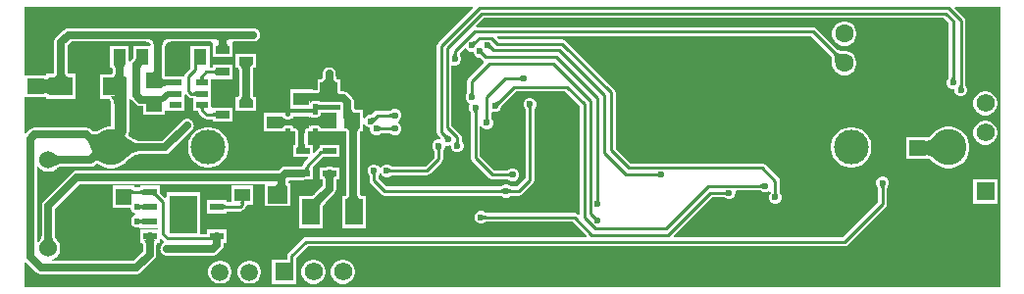
<source format=gbl>
G04*
G04 #@! TF.GenerationSoftware,Altium Limited,Altium Designer,24.1.2 (44)*
G04*
G04 Layer_Physical_Order=2*
G04 Layer_Color=16711680*
%FSTAX24Y24*%
%MOIN*%
G70*
G04*
G04 #@! TF.SameCoordinates,D42F5CEB-65A2-4495-9315-5EDE3D0C892D*
G04*
G04*
G04 #@! TF.FilePolarity,Positive*
G04*
G01*
G75*
%ADD11C,0.0100*%
%ADD43C,0.0630*%
%ADD48R,0.0446X0.0542*%
%ADD49R,0.0555X0.0531*%
%ADD53R,0.0531X0.0555*%
%ADD54R,0.0542X0.0446*%
%ADD55C,0.0250*%
%ADD56C,0.1220*%
%ADD57C,0.1181*%
%ADD58C,0.0620*%
%ADD59R,0.0620X0.0620*%
%ADD60C,0.0591*%
%ADD61O,0.0669X0.0433*%
%ADD62C,0.0600*%
%ADD63R,0.0620X0.0620*%
%ADD64C,0.0236*%
%ADD65C,0.0250*%
%ADD66R,0.0680X0.0585*%
%ADD67R,0.0585X0.0680*%
%ADD68R,0.0806X0.0638*%
%ADD69R,0.0456X0.0193*%
%ADD70R,0.0463X0.0193*%
%ADD71R,0.0591X0.0906*%
%ADD72R,0.0492X0.0276*%
%ADD73R,0.0422X0.0209*%
%ADD74R,0.0472X0.0236*%
%ADD75R,0.0945X0.1299*%
%ADD76C,0.0400*%
%ADD77C,0.0200*%
G36*
X005198Y008605D02*
X005149Y008603D01*
X005102Y008599D01*
X005056Y008591D01*
X005013Y00858D01*
X004971Y008565D01*
X004931Y008548D01*
X0049Y008531D01*
X004883Y0085D01*
X004866Y00846D01*
X004851Y008418D01*
X00484Y008374D01*
X004832Y008329D01*
X004827Y008282D01*
X004826Y008233D01*
X004576D01*
X004574Y008282D01*
X004569Y008329D01*
X004561Y008374D01*
X00455Y008418D01*
X004536Y00846D01*
X004518Y0085D01*
X004502Y008531D01*
X004471Y008548D01*
X004431Y008565D01*
X004389Y00858D01*
X004345Y008591D01*
X0043Y008599D01*
X004252Y008603D01*
X004203Y008605D01*
X004505Y008855D01*
Y00873D01*
X004593Y008818D01*
X004615Y008799D01*
X004636Y008784D01*
X004658Y008773D01*
X004679Y008767D01*
X004701Y008765D01*
X004722Y008767D01*
X004744Y008773D01*
X004765Y008784D01*
X004787Y008799D01*
X004808Y008818D01*
X004896Y00873D01*
Y008855D01*
X005198Y008605D01*
D02*
G37*
G36*
X007341D02*
X007292Y008604D01*
X007246Y008601D01*
X007203Y008595D01*
X007163Y008587D01*
X007126Y008578D01*
X007091Y008565D01*
X00706Y008551D01*
X007031Y008535D01*
X00702Y008527D01*
X007022Y0085D01*
X007027Y008465D01*
X007035Y008434D01*
X007045Y008409D01*
X007056Y008388D01*
X007071Y008372D01*
X007087Y00836D01*
X007105Y008353D01*
X007126Y008351D01*
X00666D01*
X00668Y008353D01*
X006699Y00836D01*
X006715Y008372D01*
X006729Y008388D01*
X006741Y008409D01*
X00675Y008434D01*
X006758Y008465D01*
X006763Y0085D01*
X006766Y008527D01*
X006755Y008535D01*
X006726Y008551D01*
X006694Y008565D01*
X006659Y008578D01*
X006622Y008587D01*
X006582Y008595D01*
X006493Y008604D01*
X006444Y008605D01*
X006746Y008855D01*
Y00873D01*
X006782Y008584D01*
X007003D01*
X007039Y00873D01*
Y008855D01*
X007341Y008605D01*
D02*
G37*
G36*
X015521Y00846D02*
X015513Y008452D01*
X015505Y008443D01*
X015499Y008434D01*
X015493Y008425D01*
X015489Y008416D01*
X015485Y008407D01*
X015482Y008398D01*
X01548Y008389D01*
X015478Y00838D01*
X015478Y008371D01*
X015361Y008488D01*
X01537Y008488D01*
X015379Y00849D01*
X015388Y008492D01*
X015397Y008495D01*
X015406Y008499D01*
X015415Y008503D01*
X015424Y008509D01*
X015433Y008515D01*
X015442Y008523D01*
X01545Y008531D01*
X015521Y00846D01*
D02*
G37*
G36*
X016019Y008373D02*
X016021Y008365D01*
X016024Y008356D01*
X016027Y008347D01*
X016032Y008338D01*
X016037Y008329D01*
X016043Y008321D01*
X01605Y008312D01*
X016057Y008303D01*
X016065Y008294D01*
X016004Y008215D01*
X015995Y008223D01*
X015986Y00823D01*
X015977Y008237D01*
X015969Y008242D01*
X01596Y008246D01*
X015951Y008249D01*
X015942Y008252D01*
X015933Y008253D01*
X015924Y008253D01*
X015915Y008253D01*
X016017Y008382D01*
X016019Y008373D01*
D02*
G37*
G36*
X015748Y00816D02*
X01575Y008151D01*
X015752Y008142D01*
X015755Y008133D01*
X015759Y008124D01*
X015763Y008115D01*
X015769Y008106D01*
X015775Y008097D01*
X015783Y008088D01*
X015791Y00808D01*
X01572Y008009D01*
X015712Y008017D01*
X015703Y008025D01*
X015694Y008031D01*
X015685Y008037D01*
X015676Y008041D01*
X015667Y008045D01*
X015658Y008048D01*
X015649Y00805D01*
X01564Y008052D01*
X015631Y008052D01*
X015748Y008169D01*
X015748Y00816D01*
D02*
G37*
G36*
X014838Y008084D02*
X014838Y008072D01*
X014839Y00806D01*
X014841Y008049D01*
X014843Y008039D01*
X014846Y008029D01*
X014849Y00802D01*
X014853Y008011D01*
X014857Y008003D01*
X014863Y007996D01*
X014868Y007988D01*
X014703Y008D01*
X01471Y008006D01*
X014716Y008013D01*
X014721Y008021D01*
X014726Y008029D01*
X014729Y008038D01*
X014733Y008047D01*
X014735Y008057D01*
X014737Y008068D01*
X014738Y008079D01*
X014738Y008091D01*
X014838Y008084D01*
D02*
G37*
G36*
X004286Y008498D02*
X004324Y008491D01*
X00436Y008482D01*
X004394Y00847D01*
X004426Y008456D01*
X004426Y008456D01*
X004427Y008455D01*
X004441Y008423D01*
X004448Y008401D01*
X004435Y008373D01*
X004411Y008351D01*
X003847D01*
Y007933D01*
X003798Y007884D01*
X003756Y007821D01*
X003706Y007833D01*
Y008351D01*
X00306D01*
Y007714D01*
X003059Y00771D01*
X00306Y007706D01*
Y007609D01*
X003139D01*
X003143Y007594D01*
X003148Y007572D01*
X003153Y007518D01*
Y007484D01*
X003151Y007463D01*
X003147Y007434D01*
X003141Y007413D01*
X003135Y007399D01*
X003131Y007393D01*
X003122Y007392D01*
X003121Y007391D01*
X002711D01*
Y006554D01*
X003009D01*
X003025Y006552D01*
X003036Y006548D01*
X003045Y006542D01*
X003056Y00653D01*
X003069Y00651D01*
X003081Y006479D01*
X003092Y006438D01*
X003101Y006386D01*
X003106Y006325D01*
X003107Y006278D01*
Y00561D01*
X003023D01*
X002886Y005583D01*
X002757Y005529D01*
X002741Y005519D01*
X002741Y005519D01*
X002691Y005493D01*
X002648Y005474D01*
X002609Y005462D01*
X002575Y005455D01*
X002544Y005452D01*
X002518Y005454D01*
X002495Y00546D01*
X002473Y005469D01*
X002453Y005482D01*
X002432Y005502D01*
X002358Y005552D01*
X00227Y005569D01*
X000496D01*
X000409Y005552D01*
X000334Y005502D01*
X000203Y005371D01*
X000153Y005392D01*
Y006614D01*
X000803D01*
X000806Y006613D01*
X00081Y006614D01*
X00081D01*
X000814Y006614D01*
X000816Y006614D01*
X000897D01*
Y006561D01*
X000995D01*
X000998Y00656D01*
X001002Y006561D01*
X001903D01*
Y007399D01*
X001652D01*
X001648Y007405D01*
X001642Y007419D01*
X001636Y007441D01*
X001631Y00747D01*
X001629Y007491D01*
Y008385D01*
X001745Y008501D01*
X004256D01*
X004286Y008498D01*
D02*
G37*
G36*
X027719Y008144D02*
X027739Y008131D01*
X027762Y00812D01*
X027789Y00811D01*
X027819Y008102D01*
X027852Y008096D01*
X027888Y008091D01*
X027971Y008085D01*
X028017Y008085D01*
X027705Y007773D01*
X027705Y007819D01*
X027699Y007902D01*
X027694Y007938D01*
X027688Y007971D01*
X02768Y008001D01*
X02767Y008028D01*
X027659Y008051D01*
X027646Y008071D01*
X027631Y008088D01*
X027702Y008159D01*
X027719Y008144D01*
D02*
G37*
G36*
X006051Y00771D02*
X006042Y007707D01*
X006035Y007702D01*
X006028Y007695D01*
X006022Y007686D01*
X006018Y007675D01*
X006015Y007662D01*
X006012Y007646D01*
X006011Y007629D01*
X00601Y00761D01*
X00591D01*
X005908Y00771D01*
X00606Y007711D01*
X006051Y00771D01*
D02*
G37*
G36*
X004186Y007709D02*
X004165Y007701D01*
X004146Y007688D01*
X00413Y007671D01*
X004116Y007648D01*
X004105Y007621D01*
X004096Y007588D01*
X00409Y00755D01*
X004086Y007508D01*
X004085Y00746D01*
X003835D01*
X003948Y00771D01*
X00421Y007711D01*
X004186Y007709D01*
D02*
G37*
G36*
X004825Y007446D02*
X004451Y007445D01*
X004475Y007448D01*
X004496Y007455D01*
X004514Y007468D01*
X004531Y007486D01*
X004545Y007508D01*
X004556Y007536D01*
X004564Y007568D01*
X004571Y007606D01*
X004575Y007649D01*
X004576Y007696D01*
X004826D01*
X004825Y007446D01*
D02*
G37*
G36*
X006649Y007366D02*
X006648Y007375D01*
X006645Y007384D01*
X00664Y007391D01*
X006633Y007398D01*
X006624Y007403D01*
X006613Y007408D01*
X006599Y007411D01*
X006584Y007414D01*
X006567Y007415D01*
X006548Y007416D01*
Y007516D01*
X006567Y007516D01*
X006584Y007518D01*
X006599Y00752D01*
X006613Y007524D01*
X006624Y007528D01*
X006633Y007534D01*
X00664Y00754D01*
X006645Y007548D01*
X006648Y007556D01*
X006649Y007566D01*
Y007366D01*
D02*
G37*
G36*
X003586Y007708D02*
X003569Y0077D01*
X003555Y007688D01*
X003542Y00767D01*
X003532Y007648D01*
X003523Y00762D01*
X003516Y007588D01*
X003511Y00755D01*
X003509Y007508D01*
X003508Y007502D01*
X003509Y007493D01*
X003512Y00745D01*
X003517Y007413D01*
X003525Y00738D01*
X003535Y007353D01*
X003547Y00733D01*
X003561Y007313D01*
X003577Y0073D01*
X003595Y007293D01*
X003616Y00729D01*
X003133D01*
X003156Y007293D01*
X003178Y0073D01*
X003196Y007313D01*
X003213Y00733D01*
X003226Y007353D01*
X003238Y00738D01*
X003246Y007413D01*
X003253Y00745D01*
X003256Y007493D01*
X003257Y007505D01*
X003257Y007508D01*
X003249Y007588D01*
X003242Y00762D01*
X003233Y007648D01*
X003223Y00767D01*
X00321Y007688D01*
X003196Y0077D01*
X003179Y007708D01*
X003161Y00771D01*
X003604D01*
X003586Y007708D01*
D02*
G37*
G36*
X006241Y007288D02*
X006242Y007271D01*
X006245Y007256D01*
X006248Y007243D01*
X006252Y007232D01*
X006258Y007223D01*
X006265Y007215D01*
X006272Y00721D01*
X006281Y007207D01*
X00629Y007206D01*
X00609D01*
X0061Y007207D01*
X006108Y00721D01*
X006115Y007215D01*
X006122Y007223D01*
X006127Y007232D01*
X006132Y007243D01*
X006136Y007256D01*
X006138Y007271D01*
X00614Y007288D01*
X00614Y007308D01*
X00624D01*
X006241Y007288D01*
D02*
G37*
G36*
X000998Y007187D02*
X001062Y007183D01*
X001206Y00718D01*
Y00678D01*
X00113Y006779D01*
X000998Y00677D01*
Y006662D01*
X000994Y006685D01*
X000982Y006705D01*
X000962Y006722D01*
X000934Y006738D01*
X000898Y006751D01*
X000872Y006757D01*
X00087Y006757D01*
X000842Y006748D01*
X000822Y006739D01*
X00081Y006728D01*
X000806Y006715D01*
Y006769D01*
X000802Y006769D01*
X000742Y006775D01*
X000598Y00678D01*
Y00718D01*
X000674Y007181D01*
X000802Y007191D01*
X000806Y007191D01*
Y007245D01*
X00081Y007232D01*
X000822Y007221D01*
X000842Y007212D01*
X00087Y007203D01*
X000872Y007203D01*
X000898Y007209D01*
X000934Y007222D01*
X000962Y007238D01*
X000982Y007255D01*
X000994Y007275D01*
X000998Y007298D01*
Y007187D01*
D02*
G37*
G36*
X03176Y007266D02*
X031761Y007254D01*
X031763Y007244D01*
X031765Y007233D01*
X031768Y007224D01*
X031772Y007215D01*
X031776Y007206D01*
X031781Y007198D01*
X031786Y007191D01*
X031793Y007184D01*
X031627D01*
X031634Y007191D01*
X031639Y007198D01*
X031644Y007206D01*
X031648Y007215D01*
X031652Y007224D01*
X031655Y007233D01*
X031657Y007244D01*
X031659Y007254D01*
X03166Y007266D01*
X03166Y007278D01*
X03176D01*
X03176Y007266D01*
D02*
G37*
G36*
X017036Y007157D02*
X017029Y007164D01*
X017022Y007169D01*
X017014Y007174D01*
X017005Y007178D01*
X016996Y007182D01*
X016987Y007185D01*
X016976Y007187D01*
X016966Y007189D01*
X016954Y00719D01*
X016942Y00719D01*
Y00729D01*
X016954Y00729D01*
X016966Y007291D01*
X016976Y007293D01*
X016987Y007295D01*
X016996Y007298D01*
X017005Y007302D01*
X017014Y007306D01*
X017022Y007311D01*
X017029Y007316D01*
X017036Y007323D01*
Y007157D01*
D02*
G37*
G36*
X010636Y007331D02*
X01064Y007289D01*
X010646Y007251D01*
X010655Y007219D01*
X010666Y007191D01*
X01068Y007169D01*
X010696Y007151D01*
X010715Y007139D01*
X010736Y007131D01*
X01076Y007129D01*
X01026D01*
X010284Y007131D01*
X010305Y007139D01*
X010324Y007151D01*
X01034Y007169D01*
X010354Y007191D01*
X010365Y007219D01*
X010374Y007251D01*
X01038Y007289D01*
X010384Y007331D01*
X010385Y007379D01*
X010635D01*
X010636Y007331D01*
D02*
G37*
G36*
X001526Y007514D02*
X001527Y007496D01*
X00153Y007457D01*
X001536Y00742D01*
X001545Y007387D01*
X001556Y007359D01*
X00157Y007337D01*
X001586Y007319D01*
X001605Y007307D01*
X001626Y007299D01*
X00165Y007297D01*
X001535D01*
X001542Y007121D01*
X001258D01*
X001262Y007128D01*
X001264Y007143D01*
X001267Y007166D01*
X001272Y007279D01*
X001273Y007297D01*
X00115D01*
X001174Y007299D01*
X001195Y007307D01*
X001214Y007319D01*
X00123Y007337D01*
X001244Y007359D01*
X001255Y007387D01*
X001264Y00742D01*
X00127Y007457D01*
X001274Y0075D01*
X001275Y007548D01*
X001525D01*
X001526Y007514D01*
D02*
G37*
G36*
X004825Y007285D02*
X004831Y007268D01*
X004841Y007253D01*
X004856Y00724D01*
X004874Y007229D01*
X004896Y00722D01*
X004922Y007213D01*
X004952Y007208D01*
X004977Y007206D01*
X005075Y007208D01*
Y007D01*
X005073Y007001D01*
X005067Y007002D01*
X005043Y007003D01*
X004991Y007003D01*
X004986Y007003D01*
X004952Y007D01*
X004922Y006995D01*
X004896Y006988D01*
X004874Y006979D01*
X004856Y006968D01*
X004841Y006955D01*
X004831Y00694D01*
X004825Y006923D01*
X004823Y006904D01*
Y007304D01*
X004825Y007285D01*
D02*
G37*
G36*
X03203Y007016D02*
X032031Y007004D01*
X032033Y006994D01*
X032035Y006983D01*
X032038Y006974D01*
X032042Y006965D01*
X032046Y006956D01*
X032051Y006948D01*
X032056Y006941D01*
X032063Y006934D01*
X031897D01*
X031904Y006941D01*
X031909Y006948D01*
X031914Y006956D01*
X031918Y006965D01*
X031922Y006974D01*
X031925Y006983D01*
X031927Y006994D01*
X031929Y007004D01*
X03193Y007016D01*
X03193Y007028D01*
X03203D01*
X03203Y007016D01*
D02*
G37*
G36*
X010215Y006451D02*
X010212Y006457D01*
X010205Y006463D01*
X010192Y006468D01*
X010175Y006473D01*
X010152Y006477D01*
X010125Y00648D01*
X010055Y006484D01*
X010045Y006484D01*
X010043Y006484D01*
X010001Y00648D01*
X009963Y006474D01*
X009931Y006465D01*
X009903Y006454D01*
X009881Y00644D01*
X009863Y006424D01*
X009851Y006405D01*
X009843Y006384D01*
X009841Y00636D01*
Y006769D01*
X009843Y006763D01*
X009851Y006757D01*
X009863Y006752D01*
X009881Y006747D01*
X009903Y006744D01*
X009931Y006741D01*
X010001Y006736D01*
X010011Y006736D01*
X010013Y006736D01*
X010055Y00674D01*
X010093Y006746D01*
X010126Y006755D01*
X010153Y006766D01*
X010176Y00678D01*
X010193Y006796D01*
X010206Y006815D01*
X010214Y006836D01*
X010216Y00686D01*
X010215Y006451D01*
D02*
G37*
G36*
X01541Y006786D02*
X015411Y006774D01*
X015413Y006764D01*
X015415Y006753D01*
X015418Y006744D01*
X015422Y006735D01*
X015426Y006726D01*
X015431Y006718D01*
X015436Y006711D01*
X015443Y006704D01*
X015277D01*
X015284Y006711D01*
X015289Y006718D01*
X015294Y006726D01*
X015298Y006735D01*
X015302Y006744D01*
X015305Y006753D01*
X015307Y006764D01*
X015309Y006774D01*
X01531Y006786D01*
X01531Y006798D01*
X01541D01*
X01541Y006786D01*
D02*
G37*
G36*
X033312Y000153D02*
X000153D01*
Y000972D01*
X000203Y000993D01*
X000548Y000648D01*
X000622Y000598D01*
X00071Y000581D01*
X00396D01*
X004048Y000598D01*
X004122Y000648D01*
X004572Y001098D01*
X004622Y001172D01*
X004639Y00126D01*
Y001574D01*
X004641Y001592D01*
X004645Y001621D01*
X00465Y001644D01*
X004656Y001659D01*
X004657Y001662D01*
X004746D01*
Y001759D01*
X004747Y001763D01*
X004746Y001767D01*
Y001775D01*
X004746Y001775D01*
X004746Y001775D01*
Y001787D01*
X004796Y001807D01*
X004897Y001707D01*
X004898Y001704D01*
X004898Y001679D01*
X004894Y001655D01*
X004892Y001649D01*
X004873Y001641D01*
X004857Y001625D01*
X004838Y001612D01*
X004825Y001593D01*
X004809Y001577D01*
X004801Y001557D01*
X004788Y001538D01*
X004784Y001516D01*
X004775Y001495D01*
Y001472D01*
X004771Y00145D01*
X004775Y001428D01*
Y001405D01*
X004784Y001384D01*
X004788Y001362D01*
X004801Y001343D01*
X004809Y001323D01*
X004825Y001307D01*
X004838Y001288D01*
X004857Y001275D01*
X004873Y001259D01*
X004893Y001251D01*
X004912Y001238D01*
X004934Y001234D01*
X004955Y001225D01*
X004978D01*
X005Y001221D01*
X006554D01*
X006641Y001238D01*
X006716Y001288D01*
X006862Y001434D01*
X006912Y001509D01*
X006929Y001596D01*
Y001658D01*
X00693Y001662D01*
X007036D01*
Y002098D01*
X006757D01*
X0067Y002109D01*
X006643Y002098D01*
X006364D01*
Y001963D01*
X006127D01*
Y00338D01*
X004983D01*
Y003213D01*
X004933Y003192D01*
X004771Y003354D01*
X004756Y00337D01*
X004746Y003382D01*
Y003598D01*
X004074D01*
Y003533D01*
X003876D01*
Y003608D01*
X003144D01*
Y002852D01*
X003762D01*
Y002827D01*
X003795Y002746D01*
X003856Y002685D01*
X003929Y002655D01*
X003931Y002645D01*
Y002615D01*
X003929Y002605D01*
X003856Y002575D01*
X003795Y002514D01*
X003762Y002433D01*
Y002347D01*
X003795Y002266D01*
X003856Y002205D01*
X003937Y002172D01*
X004023D01*
X004045Y002181D01*
X004074Y002162D01*
Y002162D01*
X004707D01*
Y002098D01*
X004467D01*
X00441Y002109D01*
X004353Y002098D01*
X004074D01*
Y001775D01*
X004074Y001775D01*
X004074Y001775D01*
Y001767D01*
X004073Y001763D01*
X004074Y001759D01*
Y001662D01*
X004163D01*
X004164Y001659D01*
X00417Y001644D01*
X004175Y001621D01*
X004179Y001592D01*
X004181Y001574D01*
Y001355D01*
X003865Y001039D01*
X001102D01*
X001095Y001089D01*
X001124Y001097D01*
X001216Y00115D01*
X00129Y001224D01*
X001343Y001316D01*
X00137Y001417D01*
Y001523D01*
X001343Y001624D01*
X00129Y001716D01*
X001259Y001747D01*
X001255Y001754D01*
X001242Y001768D01*
X001233Y001779D01*
X001225Y001791D01*
X001218Y001805D01*
X001212Y00182D01*
X001207Y001837D01*
X001203Y001855D01*
X0012Y001876D01*
X001199Y001879D01*
Y002825D01*
X002035Y003661D01*
X00832D01*
Y002902D01*
X0092D01*
Y003581D01*
X009201Y003585D01*
X0092Y003589D01*
Y003686D01*
X009131D01*
X009128Y003698D01*
X009124Y003721D01*
X009122Y003747D01*
X009159Y003797D01*
X009612D01*
X009699Y003814D01*
X009723Y00383D01*
X009943D01*
Y004118D01*
X009944Y004122D01*
X009943Y004126D01*
Y004222D01*
X009943Y004222D01*
X009943D01*
X009968Y004261D01*
X010284Y004578D01*
X01029D01*
X010293Y004577D01*
X010297Y004578D01*
X010848D01*
Y00497D01*
X010192D01*
Y00488D01*
X010165Y004875D01*
X010116Y004842D01*
X009989Y004715D01*
X009943Y004734D01*
Y00497D01*
X009785D01*
X009784Y004973D01*
X00978Y004988D01*
X009776Y00501D01*
X009775Y005025D01*
Y005383D01*
X009776Y005398D01*
X00978Y00542D01*
X009783Y005434D01*
X00983Y005437D01*
X00983Y005437D01*
X009832Y005437D01*
X009837D01*
X009841Y005437D01*
X009845Y005437D01*
X009942D01*
Y005527D01*
X009942Y005528D01*
X009943Y005537D01*
X009949Y005541D01*
X009963Y005547D01*
X009985Y005552D01*
X010014Y005557D01*
X010034Y005559D01*
X010034D01*
X010052Y005558D01*
X010082Y005553D01*
X010104Y005548D01*
X010119Y005542D01*
X010122Y005541D01*
X010122Y00554D01*
X010122Y00554D01*
Y005451D01*
X01022D01*
X010223Y00545D01*
X010227Y005451D01*
X010235D01*
X010236Y005451D01*
X010236Y005451D01*
X01086D01*
X01091Y005451D01*
X010928Y005451D01*
X011069D01*
X011069Y00545D01*
X011079Y005449D01*
X011083Y005443D01*
X011088Y005429D01*
X011094Y005408D01*
X011099Y005379D01*
X011101Y005358D01*
Y003355D01*
X011099Y003334D01*
X011094Y003305D01*
X011088Y003283D01*
X011082Y003269D01*
X011079Y003263D01*
X010955D01*
Y002157D01*
X011745D01*
Y003263D01*
X011582D01*
X011578Y003269D01*
X011572Y003283D01*
X011566Y003305D01*
X011561Y003334D01*
X011559Y003355D01*
Y005363D01*
X011561Y005381D01*
X011565Y00541D01*
X01157Y005433D01*
X011576Y005448D01*
X011577Y005451D01*
X011665D01*
Y005548D01*
X011666Y005552D01*
X011665Y005556D01*
Y005564D01*
X011665Y005564D01*
X011665Y005564D01*
Y005681D01*
X011715Y005691D01*
X011725Y005666D01*
X011786Y005605D01*
X011867Y005572D01*
X011902D01*
Y005497D01*
X011935Y005416D01*
X011996Y005355D01*
X012077Y005322D01*
X012163D01*
X012244Y005355D01*
X012267Y005378D01*
X012274Y005383D01*
X012276Y005385D01*
X012276Y005385D01*
X012277Y005386D01*
X012279Y005386D01*
X012282Y005387D01*
X012284Y005387D01*
X012586D01*
X012588Y005387D01*
X012591Y005386D01*
X012593Y005386D01*
X012594Y005385D01*
X012594Y005385D01*
X012596Y005383D01*
X012603Y005378D01*
X012626Y005355D01*
X012707Y005322D01*
X012793D01*
X012874Y005355D01*
X012935Y005416D01*
X012968Y005497D01*
Y005583D01*
X012935Y005664D01*
X012874Y005725D01*
X012842Y005738D01*
Y005792D01*
X012874Y005805D01*
X012935Y005866D01*
X012968Y005947D01*
Y006033D01*
X012935Y006114D01*
X012874Y006175D01*
X012793Y006208D01*
X012707D01*
X012626Y006175D01*
X012603Y006152D01*
X012596Y006147D01*
X012594Y006145D01*
X012594Y006145D01*
X012593Y006144D01*
X012591Y006144D01*
X012588Y006143D01*
X012586Y006143D01*
X012141D01*
X012083Y006131D01*
X012033Y006098D01*
X011943Y006008D01*
X011867D01*
X011786Y005975D01*
X011725Y005914D01*
X011715Y005889D01*
X011665Y005899D01*
Y006182D01*
X011386D01*
X011382Y006189D01*
X011377Y006203D01*
X011371Y006225D01*
X011366Y006253D01*
X011364Y006274D01*
Y006434D01*
X011347Y006522D01*
X011297Y006596D01*
X011151Y006743D01*
X011076Y006793D01*
X010988Y00681D01*
X010927D01*
X010906Y006812D01*
X010898Y006814D01*
Y00723D01*
X010771D01*
X010771Y00723D01*
X010761Y007231D01*
X010758Y007238D01*
X010752Y007252D01*
X010746Y007273D01*
X010741Y007302D01*
X010739Y007322D01*
Y0074D01*
X010735Y007422D01*
Y007445D01*
X010726Y007466D01*
X010722Y007488D01*
X010709Y007507D01*
X010701Y007527D01*
X010685Y007543D01*
X010672Y007562D01*
X010653Y007575D01*
X010637Y007591D01*
X010617Y007599D01*
X010598Y007612D01*
X010576Y007616D01*
X010555Y007625D01*
X010532D01*
X01051Y007629D01*
X010488Y007625D01*
X010465D01*
X010444Y007616D01*
X010422Y007612D01*
X010403Y007599D01*
X010383Y007591D01*
X010367Y007575D01*
X010348Y007562D01*
X010335Y007543D01*
X010319Y007527D01*
X010311Y007507D01*
X010298Y007488D01*
X010294Y007466D01*
X010285Y007445D01*
Y007422D01*
X010281Y0074D01*
Y007322D01*
X010279Y007302D01*
X010274Y007273D01*
X010268Y007252D01*
X010262Y007238D01*
X010259Y007231D01*
X010249Y00723D01*
X010249Y00723D01*
X010114D01*
Y006862D01*
X010107Y006858D01*
X010093Y006852D01*
X010071Y006846D01*
X010042Y006841D01*
X010022Y006839D01*
X009986D01*
X009942Y006842D01*
Y006871D01*
X009847D01*
X009844Y006871D01*
X009842Y006871D01*
X009841Y006871D01*
X009837Y006871D01*
X0092D01*
Y006225D01*
X009942D01*
Y006349D01*
X009942Y006349D01*
X009943Y006359D01*
X009949Y006362D01*
X009963Y006368D01*
X009985Y006374D01*
X010014Y006379D01*
X010034Y006381D01*
X010071D01*
X010114Y006378D01*
Y00635D01*
X010209D01*
X010213Y006349D01*
X010214Y006349D01*
X010215Y006349D01*
X010219Y00635D01*
X010794D01*
X010798Y006349D01*
X010799Y006349D01*
X0108Y006349D01*
X010831Y00635D01*
X010895D01*
X010905Y006339D01*
Y006221D01*
X010878Y006182D01*
X010855Y006182D01*
X010122D01*
Y00604D01*
X010116Y006036D01*
X010102Y00603D01*
X01008Y006024D01*
X010051Y00602D01*
X01003Y006018D01*
X010012D01*
X010007Y006018D01*
X009975Y006021D01*
X009949Y006025D01*
X009942Y006026D01*
Y006083D01*
X009845D01*
X009841Y006084D01*
X009837Y006083D01*
X0092D01*
Y005974D01*
X009197Y005973D01*
X009182Y005969D01*
X009161Y005966D01*
X009146Y005964D01*
X009085D01*
X00907Y005966D01*
X009049Y005969D01*
X009034Y005973D01*
X009031Y005974D01*
Y006083D01*
X008289D01*
Y005437D01*
X009031D01*
Y005546D01*
X009034Y005547D01*
X009049Y005551D01*
X00907Y005555D01*
X009085Y005556D01*
X009146D01*
X009161Y005555D01*
X009182Y005551D01*
X009197Y005547D01*
X0092Y005546D01*
Y005437D01*
X009357D01*
X009358Y005435D01*
X009362Y00542D01*
X009366Y005398D01*
X009367Y005383D01*
Y005022D01*
X009366Y005009D01*
X009363Y004987D01*
X009359Y004971D01*
X009359Y00497D01*
X00928D01*
Y004873D01*
X009279Y00487D01*
X00928Y004866D01*
Y004858D01*
X00928Y004857D01*
X00928Y004857D01*
Y004578D01*
X009537D01*
X009574Y00457D01*
X009612D01*
X009649Y004578D01*
X009786D01*
X009805Y004531D01*
X009642Y004368D01*
X009609Y004319D01*
X009597Y00426D01*
Y004255D01*
X009026D01*
X008938Y004238D01*
X008864Y004188D01*
X008795Y004119D01*
X00194D01*
X001852Y004102D01*
X001778Y004052D01*
X000808Y003082D01*
X000758Y003008D01*
X000741Y00292D01*
Y001879D01*
X00074Y001876D01*
X000737Y001855D01*
X000733Y001837D01*
X000728Y00182D01*
X000722Y001805D01*
X000715Y001791D01*
X000707Y001779D01*
X000698Y001768D01*
X000685Y001754D01*
X000681Y001747D01*
X00065Y001716D01*
X000629Y00168D01*
X000579Y001693D01*
Y004247D01*
X000629Y00426D01*
X00065Y004224D01*
X000724Y00415D01*
X000816Y004097D01*
X000917Y00407D01*
X001023D01*
X001124Y004097D01*
X001216Y00415D01*
X001247Y004181D01*
X001254Y004185D01*
X001268Y004198D01*
X001279Y004207D01*
X001291Y004215D01*
X001305Y004222D01*
X00132Y004228D01*
X001337Y004233D01*
X001355Y004237D01*
X001376Y00424D01*
X001379Y004241D01*
X0024D01*
X002488Y004258D01*
X002563Y004308D01*
X002588Y004333D01*
X002595Y004339D01*
X002608Y004347D01*
X002618Y004351D01*
X002625Y004353D01*
X002628Y004353D01*
X002631Y004353D01*
X002634Y004352D01*
X002638Y00435D01*
X00264Y004348D01*
X002757Y004271D01*
X002886Y004217D01*
X003023Y00419D01*
X003163D01*
X0033Y004217D01*
X003429Y004271D01*
X003546Y004348D01*
X003591Y004394D01*
X003599Y004399D01*
X003712Y004505D01*
X003762Y004546D01*
X003812Y004581D01*
X003859Y004611D01*
X003904Y004634D01*
X003946Y004652D01*
X003986Y004664D01*
X004022Y004671D01*
X00493D01*
X005018Y004688D01*
X005092Y004738D01*
X005842Y005488D01*
X005855Y005507D01*
X005871Y005523D01*
X005879Y005543D01*
X005892Y005562D01*
X005896Y005584D01*
X005905Y005605D01*
Y005628D01*
X005909Y00565D01*
X005905Y005672D01*
Y005695D01*
X005896Y005716D01*
X005892Y005738D01*
X005879Y005757D01*
X005871Y005777D01*
X005855Y005793D01*
X005842Y005812D01*
X005823Y005825D01*
X005807Y005841D01*
X005787Y005849D01*
X005768Y005862D01*
X005746Y005866D01*
X005725Y005875D01*
X005702D01*
X00568Y005879D01*
X005658Y005875D01*
X005635D01*
X005614Y005866D01*
X005592Y005862D01*
X005573Y005849D01*
X005553Y005841D01*
X005537Y005825D01*
X005518Y005812D01*
X004835Y005129D01*
X004022D01*
X003986Y005136D01*
X003946Y005148D01*
X003904Y005166D01*
X003859Y005189D01*
X003812Y005219D01*
X003764Y005253D01*
X003685Y00532D01*
X003702Y005361D01*
X003713Y005439D01*
Y006385D01*
X003713Y006505D01*
X003717Y006554D01*
X003767Y00656D01*
X003798Y006514D01*
X003944Y006368D01*
X004019Y006318D01*
X004106Y006301D01*
X004168D01*
X004188Y006298D01*
X004194Y006297D01*
Y006005D01*
X004926D01*
Y006148D01*
X004974Y006151D01*
Y006151D01*
X005596D01*
Y006687D01*
X005646Y006707D01*
X005732Y006622D01*
X005781Y006589D01*
X00584Y006577D01*
X005879D01*
Y006151D01*
X006049D01*
X006059Y006101D01*
X006092Y006052D01*
X006236Y005908D01*
X006285Y005875D01*
X006344Y005863D01*
X006547D01*
Y005778D01*
X007239D01*
Y006254D01*
X006547D01*
Y006254D01*
X006501Y006265D01*
Y006525D01*
Y006899D01*
Y007217D01*
X006547Y007228D01*
Y007228D01*
X007239D01*
Y007704D01*
X006547D01*
Y007619D01*
X006453D01*
Y008351D01*
X005807D01*
Y007713D01*
X005806Y007709D01*
X005806Y007709D01*
X005806Y007708D01*
X005807Y007666D01*
Y007609D01*
X005776Y007572D01*
X005632Y007428D01*
X005599Y007379D01*
X005587Y00732D01*
Y007309D01*
X005079D01*
X005075Y007309D01*
X005075Y007309D01*
X005074Y007309D01*
X005031Y007309D01*
X004974D01*
Y007309D01*
X00493Y007323D01*
Y008285D01*
X004933Y008315D01*
X00494Y008353D01*
X004949Y008389D01*
X004961Y008423D01*
X004975Y008455D01*
X004975Y008456D01*
X004976Y008456D01*
X005008Y00847D01*
X005042Y008482D01*
X005078Y008491D01*
X005116Y008498D01*
X005146Y008501D01*
X006502D01*
X006536Y008497D01*
X006547Y008452D01*
X006547Y008452D01*
X006547D01*
X006547Y008452D01*
Y007976D01*
X007239D01*
Y008452D01*
X007239Y008452D01*
X007248Y008498D01*
X007257Y008499D01*
X007277Y008501D01*
X00794D01*
X007962Y008505D01*
X007985D01*
X008006Y008514D01*
X008028Y008518D01*
X008047Y008531D01*
X008067Y008539D01*
X008083Y008555D01*
X008102Y008568D01*
X008115Y008587D01*
X008131Y008603D01*
X008139Y008623D01*
X008152Y008642D01*
X008156Y008664D01*
X008165Y008685D01*
Y008708D01*
X008169Y00873D01*
X008165Y008752D01*
Y008775D01*
X008156Y008796D01*
X008152Y008818D01*
X008139Y008837D01*
X008131Y008857D01*
X008115Y008873D01*
X008102Y008892D01*
X008083Y008905D01*
X008067Y008921D01*
X008047Y008929D01*
X008028Y008942D01*
X008006Y008946D01*
X007985Y008955D01*
X007962D01*
X00794Y008959D01*
X00165D01*
X001562Y008942D01*
X001488Y008892D01*
X001238Y008642D01*
X001188Y008568D01*
X001171Y00848D01*
Y007491D01*
X001169Y00747D01*
X001164Y007441D01*
X001158Y007419D01*
X001152Y007405D01*
X001148Y007399D01*
X001002D01*
X000998Y0074D01*
X000995Y007399D01*
X000897D01*
Y007346D01*
X000816D01*
X000814Y007346D01*
X00081Y007346D01*
X00081D01*
X000806Y007347D01*
X000803Y007346D01*
X000153D01*
Y00969D01*
X015378D01*
X015397Y009643D01*
X014212Y008458D01*
X014179Y008409D01*
X014167Y00835D01*
Y00541D01*
X014179Y005351D01*
X014212Y005302D01*
X014304Y005209D01*
X014276Y005167D01*
X014273Y005168D01*
X014187D01*
X014106Y005135D01*
X014045Y005074D01*
X014012Y004993D01*
Y004907D01*
X014045Y004826D01*
X014068Y004803D01*
X014073Y004796D01*
X014075Y004794D01*
X014075Y004794D01*
X014076Y004793D01*
X014076Y004791D01*
X014077Y004788D01*
X014077Y004786D01*
Y004563D01*
X013777Y004263D01*
X012634D01*
X012632Y004263D01*
X012629Y004264D01*
X012627Y004264D01*
X012626Y004265D01*
X012626Y004265D01*
X012624Y004267D01*
X012617Y004272D01*
X012594Y004295D01*
X012513Y004328D01*
X012427D01*
X012346Y004295D01*
X012285Y004234D01*
X012277Y004214D01*
X012223D01*
X012215Y004234D01*
X012154Y004295D01*
X012073Y004328D01*
X011987D01*
X011906Y004295D01*
X011845Y004234D01*
X011812Y004153D01*
Y004067D01*
X011845Y003986D01*
X011868Y003963D01*
X011873Y003956D01*
X011875Y003954D01*
X011875Y003954D01*
X011876Y003953D01*
X011876Y003951D01*
X011877Y003948D01*
X011877Y003946D01*
Y00378D01*
X011889Y003721D01*
X011922Y003672D01*
X012288Y003306D01*
X012338Y003273D01*
X012396Y003261D01*
X01636D01*
X016362Y003261D01*
X016365Y00326D01*
X016366Y003259D01*
X016368Y003259D01*
X016368Y003259D01*
X01637Y003256D01*
X016377Y003252D01*
X0164Y003229D01*
X016481Y003196D01*
X016567D01*
X016647Y003229D01*
X016671Y003252D01*
X016678Y003256D01*
X01668Y003259D01*
X01668Y003259D01*
X016681Y003259D01*
X016683Y00326D01*
X016686Y003261D01*
X016688Y003261D01*
X016964D01*
X017022Y003273D01*
X017072Y003306D01*
X017438Y003672D01*
X017471Y003721D01*
X017483Y00378D01*
Y006206D01*
X017483Y006208D01*
X017484Y006211D01*
X017484Y006213D01*
X017485Y006214D01*
X017485Y006214D01*
X017487Y006216D01*
X017492Y006223D01*
X017515Y006246D01*
X017548Y006327D01*
Y006413D01*
X017515Y006494D01*
X017454Y006555D01*
X017373Y006588D01*
X017287D01*
X017206Y006555D01*
X017145Y006494D01*
X017112Y006413D01*
Y006327D01*
X017145Y006246D01*
X017168Y006223D01*
X017173Y006216D01*
X017175Y006214D01*
X017175Y006214D01*
X017176Y006213D01*
X017176Y006211D01*
X017177Y006208D01*
X017177Y006206D01*
Y003843D01*
X016901Y003567D01*
X016688D01*
X016686Y003567D01*
X016683Y003568D01*
X016681Y003568D01*
X01668Y003569D01*
X01668Y003569D01*
X016678Y003571D01*
X016671Y003576D01*
X016647Y003599D01*
X016567Y003632D01*
X016481D01*
X0164Y003599D01*
X016377Y003576D01*
X01637Y003571D01*
X016368Y003569D01*
X016367Y003569D01*
X016366Y003568D01*
X016365Y003568D01*
X016362Y003567D01*
X01636Y003567D01*
X012459D01*
X012183Y003843D01*
Y003946D01*
X012183Y003948D01*
X012184Y003951D01*
X012184Y003953D01*
X012185Y003954D01*
X012185Y003954D01*
X012187Y003956D01*
X012192Y003963D01*
X012215Y003986D01*
X012223Y004006D01*
X012277D01*
X012285Y003986D01*
X012346Y003925D01*
X012427Y003892D01*
X012513D01*
X012594Y003925D01*
X012617Y003948D01*
X012624Y003953D01*
X012626Y003955D01*
X012626Y003955D01*
X012627Y003956D01*
X012629Y003956D01*
X012632Y003957D01*
X012634Y003957D01*
X01384D01*
X013899Y003969D01*
X013948Y004002D01*
X014338Y004392D01*
X014371Y004441D01*
X014383Y0045D01*
Y004786D01*
X014383Y004788D01*
X014384Y004791D01*
X014384Y004793D01*
X014385Y004794D01*
X014385Y004794D01*
X014387Y004796D01*
X014392Y004803D01*
X014415Y004826D01*
X014448Y004907D01*
Y004941D01*
X01449Y004969D01*
X014507Y004962D01*
X014593D01*
X0146Y004965D01*
X014642Y004937D01*
Y004907D01*
X014675Y004826D01*
X014736Y004765D01*
X014817Y004732D01*
X014903D01*
X014984Y004765D01*
X015045Y004826D01*
X015078Y004907D01*
Y004993D01*
X015045Y005074D01*
X015022Y005097D01*
X015017Y005104D01*
X015015Y005106D01*
X015015Y005106D01*
X015014Y005107D01*
X015014Y005109D01*
X015013Y005112D01*
X015013Y005114D01*
Y00524D01*
X015001Y005299D01*
X014968Y005348D01*
X014663Y005653D01*
Y007677D01*
X014705Y007705D01*
X014737Y007692D01*
X014823D01*
X014904Y007725D01*
X014965Y007786D01*
X014998Y007867D01*
Y007953D01*
X014965Y008034D01*
X014949Y008049D01*
X014947Y008053D01*
X014945Y008056D01*
X014944Y008056D01*
X014944Y008057D01*
X014944Y008058D01*
X014943Y00806D01*
X014942Y008063D01*
X014941Y008067D01*
X014941Y008069D01*
Y008115D01*
X015113Y008287D01*
X015162Y008277D01*
X015175Y008246D01*
X015236Y008185D01*
X015317Y008152D01*
X015403D01*
X015412Y008146D01*
Y008127D01*
X015445Y008046D01*
X015506Y007985D01*
X015587Y007952D01*
X015619D01*
X015627Y00795D01*
X015631Y00795D01*
X015631Y00795D01*
X015632Y007949D01*
X015634Y007948D01*
X015636Y007947D01*
X015638Y007946D01*
X015712Y007872D01*
X015756Y007843D01*
X01577Y007812D01*
X015776Y007792D01*
X015252Y007268D01*
X015219Y007219D01*
X015207Y00716D01*
Y006784D01*
X015207Y006782D01*
X015206Y006779D01*
X015206Y006777D01*
X015205Y006776D01*
X015205Y006776D01*
X015203Y006774D01*
X015198Y006767D01*
X015175Y006744D01*
X015142Y006663D01*
Y006577D01*
X015175Y006496D01*
X015236Y006435D01*
X015271Y006421D01*
X015295Y006374D01*
X015262Y006293D01*
Y006207D01*
X015295Y006126D01*
X015318Y006103D01*
X015323Y006096D01*
X015325Y006094D01*
X015325Y006094D01*
X015326Y006093D01*
X015326Y006091D01*
X015327Y006088D01*
X015327Y006086D01*
Y00456D01*
X015339Y004501D01*
X015372Y004452D01*
X015962Y003862D01*
X016011Y003829D01*
X01607Y003817D01*
X016586D01*
X016588Y003817D01*
X016591Y003816D01*
X016593Y003816D01*
X016594Y003815D01*
X016594Y003815D01*
X016596Y003813D01*
X016603Y003808D01*
X016626Y003785D01*
X016707Y003752D01*
X016793D01*
X016874Y003785D01*
X016935Y003846D01*
X016968Y003927D01*
Y004013D01*
X016935Y004094D01*
X016874Y004155D01*
X016793Y004188D01*
X016707D01*
X016626Y004155D01*
X016603Y004132D01*
X016596Y004127D01*
X016594Y004125D01*
X016594Y004125D01*
X016593Y004124D01*
X016591Y004124D01*
X016588Y004123D01*
X016586Y004123D01*
X016133D01*
X015633Y004623D01*
Y005612D01*
X015683Y005622D01*
X015685Y005616D01*
X015746Y005555D01*
X015827Y005522D01*
X015913D01*
X015994Y005555D01*
X016055Y005616D01*
X016088Y005697D01*
Y005783D01*
X016055Y005864D01*
X016032Y005887D01*
X016027Y005894D01*
X016025Y005896D01*
X016025Y005896D01*
X016024Y005897D01*
X016024Y005899D01*
X016023Y005902D01*
X016023Y005904D01*
Y006082D01*
X016073Y006116D01*
X016107Y006102D01*
X016193D01*
X016274Y006135D01*
X016335Y006196D01*
X016368Y006277D01*
Y006309D01*
X01637Y006317D01*
X01637Y006321D01*
X01637Y006321D01*
X016371Y006322D01*
X016372Y006324D01*
X016373Y006326D01*
X016374Y006328D01*
X016853Y006807D01*
X018537D01*
X019027Y006317D01*
Y002625D01*
X018981Y002605D01*
X018958Y002628D01*
X018909Y002661D01*
X01885Y002673D01*
X015834D01*
X015832Y002673D01*
X015829Y002674D01*
X015827Y002674D01*
X015826Y002675D01*
X015826Y002675D01*
X015824Y002677D01*
X015817Y002682D01*
X015794Y002705D01*
X015713Y002738D01*
X015627D01*
X015546Y002705D01*
X015485Y002644D01*
X015452Y002563D01*
Y002477D01*
X015485Y002396D01*
X015546Y002335D01*
X015627Y002302D01*
X015713D01*
X015794Y002335D01*
X015817Y002358D01*
X015824Y002363D01*
X015826Y002365D01*
X015826Y002365D01*
X015827Y002366D01*
X015829Y002366D01*
X015832Y002367D01*
X015834Y002367D01*
X018787D01*
X019265Y001889D01*
X019245Y001843D01*
X00972D01*
X009661Y001831D01*
X009612Y001798D01*
X009132Y001318D01*
X009099Y001269D01*
X009087Y00121D01*
Y00108D01*
X00857D01*
Y00026D01*
X00939D01*
Y000915D01*
X009393Y00093D01*
Y001147D01*
X009783Y001537D01*
X02803D01*
X028089Y001549D01*
X028138Y001582D01*
X029428Y002872D01*
X029461Y002921D01*
X029473Y00298D01*
Y003526D01*
X029473Y003528D01*
X029474Y003531D01*
X029474Y003533D01*
X029475Y003534D01*
X029475Y003534D01*
X029477Y003536D01*
X029482Y003543D01*
X029505Y003566D01*
X029538Y003647D01*
Y003733D01*
X029505Y003814D01*
X029444Y003875D01*
X029363Y003908D01*
X029277D01*
X029196Y003875D01*
X029135Y003814D01*
X029102Y003733D01*
Y003647D01*
X029135Y003566D01*
X029158Y003543D01*
X029163Y003536D01*
X029165Y003534D01*
X029165Y003534D01*
X029166Y003533D01*
X029166Y003531D01*
X029167Y003528D01*
X029167Y003526D01*
Y003043D01*
X027967Y001843D01*
X022235D01*
X022215Y001889D01*
X023533Y003207D01*
X023944D01*
X023976Y003175D01*
X024057Y003142D01*
X024143D01*
X024224Y003175D01*
X024285Y003236D01*
X024318Y003317D01*
Y003403D01*
X024341Y003437D01*
X025166D01*
X025168Y003437D01*
X025171Y003436D01*
X025173Y003436D01*
X025174Y003435D01*
X025174Y003435D01*
X025176Y003433D01*
X025183Y003428D01*
X025206Y003405D01*
X025287Y003372D01*
X025373D01*
X025454Y003405D01*
X025457Y003409D01*
X025506Y003392D01*
X025508Y003385D01*
X025511Y003364D01*
X025511Y003352D01*
X025508Y003347D01*
X025485Y003324D01*
X025452Y003243D01*
Y003157D01*
X025485Y003076D01*
X025546Y003015D01*
X025627Y002982D01*
X025713D01*
X025794Y003015D01*
X025855Y003076D01*
X025888Y003157D01*
Y003243D01*
X025855Y003324D01*
X025832Y003347D01*
X025827Y003354D01*
X025825Y003356D01*
X025825Y003356D01*
X025824Y003357D01*
X025824Y003359D01*
X025823Y003362D01*
X025823Y003364D01*
Y00376D01*
X025811Y003819D01*
X025778Y003868D01*
X025328Y004318D01*
X025279Y004351D01*
X02522Y004363D01*
X020743D01*
X020243Y004863D01*
Y00677D01*
X020231Y006829D01*
X020198Y006878D01*
X018548Y008528D01*
X018499Y008561D01*
X01844Y008573D01*
X016283D01*
X016215Y008641D01*
X016235Y008687D01*
X026887D01*
X027564Y00801D01*
X027569Y008001D01*
X027576Y007988D01*
X027582Y00797D01*
X027588Y007948D01*
X027594Y007921D01*
X027598Y007891D01*
X027603Y007816D01*
X027603Y007772D01*
X027605Y007763D01*
Y007715D01*
X027633Y00761D01*
X027688Y007515D01*
X027765Y007438D01*
X02786Y007383D01*
X027965Y007355D01*
X028075D01*
X02818Y007383D01*
X028275Y007438D01*
X028352Y007515D01*
X028407Y00761D01*
X028435Y007715D01*
Y007825D01*
X028407Y00793D01*
X028352Y008025D01*
X028275Y008102D01*
X02818Y008157D01*
X028075Y008185D01*
X028027D01*
X028018Y008187D01*
X027974Y008187D01*
X027899Y008192D01*
X027869Y008196D01*
X027842Y008202D01*
X02782Y008208D01*
X027802Y008214D01*
X027789Y008221D01*
X02778Y008226D01*
X027058Y008948D01*
X027009Y008981D01*
X02695Y008993D01*
X01551D01*
X015489Y009043D01*
X015753Y009307D01*
X031407D01*
X031557Y009157D01*
Y007264D01*
X031557Y007262D01*
X031556Y007259D01*
X031556Y007257D01*
X031555Y007256D01*
X031555Y007256D01*
X031553Y007254D01*
X031548Y007247D01*
X031525Y007224D01*
X031492Y007143D01*
Y007057D01*
X031525Y006976D01*
X031586Y006915D01*
X031667Y006882D01*
X031753D01*
X031762Y006876D01*
Y006807D01*
X031795Y006726D01*
X031856Y006665D01*
X031937Y006632D01*
X032023D01*
X032104Y006665D01*
X032165Y006726D01*
X032198Y006807D01*
Y006893D01*
X032165Y006974D01*
X032142Y006997D01*
X032137Y007004D01*
X032135Y007006D01*
X032135Y007006D01*
X032134Y007007D01*
X032134Y007009D01*
X032133Y007012D01*
X032133Y007014D01*
Y009207D01*
X032121Y009266D01*
X032088Y009316D01*
X03176Y009643D01*
X031779Y00969D01*
X033312D01*
Y000153D01*
D02*
G37*
G36*
X00598Y00663D02*
X005979Y00664D01*
X005976Y006648D01*
X005971Y006655D01*
X005964Y006662D01*
X005955Y006668D01*
X005944Y006672D01*
X005931Y006676D01*
X005916Y006678D01*
X005899Y006679D01*
X00588Y00668D01*
Y00678D01*
X005899Y00678D01*
X005916Y006782D01*
X005931Y006784D01*
X005944Y006788D01*
X005955Y006793D01*
X005964Y006798D01*
X005971Y006805D01*
X005976Y006812D01*
X005979Y00682D01*
X00598Y00683D01*
Y00663D01*
D02*
G37*
G36*
X010798Y006759D02*
X010804Y006748D01*
X010813Y006738D01*
X010827Y006729D01*
X010844Y006722D01*
X010865Y006716D01*
X01089Y006712D01*
X010919Y006708D01*
X010952Y006706D01*
X010988Y006706D01*
Y006456D01*
X010797Y006451D01*
X010796Y006772D01*
X010798Y006759D01*
D02*
G37*
G36*
X004295Y006341D02*
X004294Y006353D01*
X004288Y006364D01*
X004278Y006374D01*
X004265Y006382D01*
X004248Y006389D01*
X004227Y006395D01*
X004203Y006399D01*
X004174Y006402D01*
X004142Y006404D01*
X004106Y006405D01*
Y006655D01*
X004295Y006659D01*
Y006341D01*
D02*
G37*
G36*
X016311Y00641D02*
X016303Y006402D01*
X016295Y006393D01*
X016289Y006384D01*
X016283Y006375D01*
X016279Y006366D01*
X016275Y006357D01*
X016272Y006348D01*
X01627Y006339D01*
X016268Y00633D01*
X016268Y006321D01*
X016151Y006438D01*
X01616Y006438D01*
X016169Y00644D01*
X016178Y006442D01*
X016187Y006445D01*
X016196Y006449D01*
X016205Y006453D01*
X016214Y006459D01*
X016223Y006465D01*
X016232Y006473D01*
X01624Y006481D01*
X016311Y00641D01*
D02*
G37*
G36*
X003616Y006655D02*
X003615Y006651D01*
X003614Y006639D01*
X003611Y006555D01*
X00361Y006255D01*
X00321D01*
X003208Y006331D01*
X003202Y006399D01*
X003192Y006459D01*
X003178Y006511D01*
X00316Y006556D01*
X003138Y006592D01*
X003112Y00662D01*
X003082Y00664D01*
X003048Y006652D01*
X00301Y006656D01*
X003616Y006655D01*
D02*
G37*
G36*
X017406Y006279D02*
X017401Y006272D01*
X017396Y006264D01*
X017392Y006255D01*
X017388Y006246D01*
X017385Y006237D01*
X017383Y006226D01*
X017381Y006216D01*
X01738Y006204D01*
X01738Y006192D01*
X01728D01*
X01728Y006204D01*
X017279Y006216D01*
X017277Y006226D01*
X017275Y006237D01*
X017272Y006246D01*
X017268Y006255D01*
X017264Y006264D01*
X017259Y006272D01*
X017254Y006279D01*
X017247Y006286D01*
X017413D01*
X017406Y006279D01*
D02*
G37*
G36*
X006285Y006253D02*
X006277Y00625D01*
X006271Y006245D01*
X006266Y006239D01*
X006261Y00623D01*
X006257Y00622D01*
X006254Y006208D01*
X006252Y006194D01*
X006251Y006178D01*
X00625Y00616D01*
X00615D01*
X00615Y006178D01*
X006148Y006194D01*
X006146Y006208D01*
X006143Y00622D01*
X00614Y00623D01*
X006135Y006239D01*
X006129Y006245D01*
X006123Y00625D01*
X006116Y006253D01*
X006108Y006254D01*
X006293D01*
X006285Y006253D01*
D02*
G37*
G36*
X011261Y006283D02*
X011265Y006241D01*
X011271Y006203D01*
X01128Y00617D01*
X011291Y006143D01*
X011305Y00612D01*
X011321Y006103D01*
X01134Y00609D01*
X011361Y006082D01*
X011385Y00608D01*
X011011Y006081D01*
X011011Y006083D01*
X011011Y006091D01*
X01101Y006331D01*
X01126D01*
X011261Y006283D01*
D02*
G37*
G36*
X015556Y006159D02*
X015551Y006152D01*
X015546Y006144D01*
X015542Y006135D01*
X015538Y006126D01*
X015535Y006117D01*
X015533Y006106D01*
X015531Y006096D01*
X01553Y006084D01*
X01553Y006072D01*
X01543D01*
X01543Y006084D01*
X015429Y006096D01*
X015427Y006106D01*
X015425Y006117D01*
X015422Y006126D01*
X015418Y006135D01*
X015414Y006144D01*
X015409Y006152D01*
X015404Y006159D01*
X015397Y006166D01*
X015563D01*
X015556Y006159D01*
D02*
G37*
G36*
X006649Y005916D02*
X006648Y005925D01*
X006645Y005934D01*
X00664Y005941D01*
X006633Y005948D01*
X006624Y005953D01*
X006613Y005958D01*
X006599Y005961D01*
X006584Y005964D01*
X006567Y005965D01*
X006548Y005966D01*
Y006066D01*
X006567Y006066D01*
X006584Y006068D01*
X006599Y00607D01*
X006613Y006074D01*
X006624Y006078D01*
X006633Y006084D01*
X00664Y00609D01*
X006645Y006098D01*
X006648Y006106D01*
X006649Y006116D01*
Y005916D01*
D02*
G37*
G36*
X010224Y005552D02*
X010221Y005573D01*
X010214Y005592D01*
X010201Y005609D01*
X010184Y005623D01*
X010161Y005635D01*
X010134Y005645D01*
X010101Y005653D01*
X010064Y005659D01*
X010034Y005661D01*
X010001Y005658D01*
X009963Y005652D01*
X009931Y005643D01*
X009903Y005632D01*
X009881Y005618D01*
X009863Y005602D01*
X009851Y005583D01*
X009843Y005562D01*
X009841Y005539D01*
Y005982D01*
X009843Y005969D01*
X009851Y005957D01*
X009863Y005947D01*
X009881Y005938D01*
X009903Y005931D01*
X009931Y005924D01*
X009963Y00592D01*
X010001Y005916D01*
X010029Y005915D01*
X010064Y005918D01*
X010102Y005925D01*
X010134Y005933D01*
X010162Y005945D01*
X010185Y005958D01*
X010202Y005975D01*
X010215Y005993D01*
X010222Y006015D01*
X010225Y006038D01*
X010224Y005552D01*
D02*
G37*
G36*
X012666Y005907D02*
X012659Y005914D01*
X012652Y005919D01*
X012644Y005924D01*
X012635Y005928D01*
X012626Y005932D01*
X012617Y005935D01*
X012606Y005937D01*
X012596Y005939D01*
X012584Y00594D01*
X012572Y00594D01*
Y00604D01*
X012584Y00604D01*
X012596Y006041D01*
X012606Y006043D01*
X012617Y006045D01*
X012626Y006048D01*
X012635Y006052D01*
X012644Y006056D01*
X012652Y006061D01*
X012659Y006066D01*
X012666Y006073D01*
Y005907D01*
D02*
G37*
G36*
X012077Y005855D02*
X012069Y005847D01*
X012054Y005829D01*
X012048Y005821D01*
X012043Y005812D01*
X012038Y005803D01*
X012034Y005795D01*
X012031Y005786D01*
X012028Y005778D01*
X012026Y005769D01*
X011933Y005906D01*
X011942Y005905D01*
X011951Y005904D01*
X01196Y005905D01*
X011969Y005907D01*
X011977Y00591D01*
X011986Y005914D01*
X011995Y005919D01*
X012004Y005925D01*
X012013Y005933D01*
X012022Y005941D01*
X012077Y005855D01*
D02*
G37*
G36*
X009302Y00556D02*
X0093Y005579D01*
X009294Y005596D01*
X009284Y005611D01*
X00927Y005624D01*
X009252Y005635D01*
X00923Y005644D01*
X009204Y005651D01*
X009173Y005656D01*
X009139Y005659D01*
X009115Y00566D01*
X009092Y005659D01*
X009057Y005656D01*
X009027Y005651D01*
X009001Y005644D01*
X008979Y005635D01*
X008961Y005624D01*
X008947Y005611D01*
X008937Y005596D01*
X008931Y005579D01*
X008929Y00556D01*
Y00596D01*
X008931Y005941D01*
X008937Y005924D01*
X008947Y005909D01*
X008961Y005896D01*
X008979Y005885D01*
X009001Y005876D01*
X009027Y005869D01*
X009057Y005864D01*
X009092Y005861D01*
X009115Y005861D01*
X009139Y005861D01*
X009173Y005864D01*
X009204Y005869D01*
X00923Y005876D01*
X009252Y005885D01*
X00927Y005896D01*
X009284Y005909D01*
X009294Y005924D01*
X0093Y005941D01*
X009302Y00596D01*
Y00556D01*
D02*
G37*
G36*
X01592Y005906D02*
X015921Y005894D01*
X015923Y005884D01*
X015925Y005873D01*
X015928Y005864D01*
X015932Y005855D01*
X015936Y005846D01*
X015941Y005838D01*
X015946Y005831D01*
X015953Y005824D01*
X015787D01*
X015794Y005831D01*
X015799Y005838D01*
X015804Y005846D01*
X015808Y005855D01*
X015812Y005864D01*
X015815Y005873D01*
X015817Y005884D01*
X015819Y005894D01*
X01582Y005906D01*
X01582Y005918D01*
X01592D01*
X01592Y005906D01*
D02*
G37*
G36*
X012666Y005457D02*
X012659Y005464D01*
X012652Y005469D01*
X012644Y005474D01*
X012635Y005478D01*
X012626Y005482D01*
X012617Y005485D01*
X012606Y005487D01*
X012596Y005489D01*
X012584Y00549D01*
X012572Y00549D01*
Y00559D01*
X012584Y00559D01*
X012596Y005591D01*
X012606Y005593D01*
X012617Y005595D01*
X012626Y005598D01*
X012635Y005602D01*
X012644Y005606D01*
X012652Y005611D01*
X012659Y005616D01*
X012666Y005623D01*
Y005457D01*
D02*
G37*
G36*
X012211Y005616D02*
X012218Y005611D01*
X012226Y005606D01*
X012235Y005602D01*
X012244Y005598D01*
X012253Y005595D01*
X012264Y005593D01*
X012274Y005591D01*
X012286Y00559D01*
X012298Y00559D01*
Y00549D01*
X012286Y00549D01*
X012274Y005489D01*
X012264Y005487D01*
X012253Y005485D01*
X012244Y005482D01*
X012235Y005478D01*
X012226Y005474D01*
X012218Y005469D01*
X012211Y005464D01*
X012204Y005457D01*
Y005623D01*
X012211Y005616D01*
D02*
G37*
G36*
X002553Y004731D02*
X002711Y004424D01*
X002691Y004438D01*
X00267Y004448D01*
X002649Y004454D01*
X002628Y004456D01*
X002606Y004453D01*
X002583Y004447D01*
X00256Y004437D01*
X002537Y004423D01*
X002513Y004404D01*
X002489Y004382D01*
X002312Y004558D01*
X002346Y004594D01*
X002403Y004661D01*
X002425Y004693D01*
X002444Y004725D01*
X00246Y004755D01*
X002471Y004784D01*
X002473Y004789D01*
X002357Y005017D01*
X002322Y005073D01*
X002252Y005172D01*
X002217Y005214D01*
X002182Y005252D01*
X002358Y005428D01*
X002391Y0054D01*
X002426Y005378D01*
X002463Y005363D01*
X002502Y005353D01*
X002544Y00535D01*
X002589Y005353D01*
X002635Y005363D01*
X002684Y005379D01*
X002735Y005401D01*
X002789Y005429D01*
X002553Y004731D01*
D02*
G37*
G36*
X009752Y005538D02*
X009735Y005532D01*
X00972Y005522D01*
X009707Y005508D01*
X009696Y005489D01*
X009687Y005467D01*
X00968Y005441D01*
X009675Y005411D01*
X009672Y005377D01*
X009671Y005339D01*
X009471D01*
X00947Y005377D01*
X009467Y005411D01*
X009462Y005441D01*
X009455Y005467D01*
X009446Y005489D01*
X009435Y005508D01*
X009422Y005522D01*
X009407Y005532D01*
X00939Y005538D01*
X009371Y00554D01*
X009771D01*
X009752Y005538D01*
D02*
G37*
G36*
X011543Y005549D02*
X011525Y005542D01*
X011508Y005529D01*
X011494Y005512D01*
X011482Y005489D01*
X011472Y005462D01*
X011465Y005429D01*
X011459Y005392D01*
X011456Y005349D01*
X011455Y005302D01*
X011205D01*
X011204Y005349D01*
X0112Y005392D01*
X011194Y005429D01*
X011185Y005462D01*
X011174Y005489D01*
X01116Y005512D01*
X011144Y005529D01*
X011125Y005542D01*
X011104Y005549D01*
X01108Y005552D01*
X011564D01*
X011543Y005549D01*
D02*
G37*
G36*
X014468Y005333D02*
X014477Y005325D01*
X014486Y005319D01*
X014495Y005313D01*
X014504Y005309D01*
X014513Y005305D01*
X014522Y005302D01*
X014531Y0053D01*
X01454Y005298D01*
X014549Y005298D01*
X014432Y005181D01*
X014432Y00519D01*
X01443Y005199D01*
X014428Y005208D01*
X014425Y005217D01*
X014421Y005226D01*
X014417Y005235D01*
X014411Y005244D01*
X014405Y005253D01*
X014397Y005262D01*
X014389Y00527D01*
X01446Y005341D01*
X014468Y005333D01*
D02*
G37*
G36*
X01491Y005116D02*
X014911Y005104D01*
X014913Y005094D01*
X014915Y005083D01*
X014918Y005074D01*
X014922Y005065D01*
X014926Y005056D01*
X014931Y005048D01*
X014936Y005041D01*
X014943Y005034D01*
X014777D01*
X014784Y005041D01*
X014789Y005048D01*
X014794Y005056D01*
X014798Y005065D01*
X014802Y005074D01*
X014805Y005083D01*
X014807Y005094D01*
X014809Y005104D01*
X01481Y005116D01*
X01481Y005128D01*
X01491D01*
X01491Y005116D01*
D02*
G37*
G36*
X003587Y00527D02*
X003701Y005173D01*
X003755Y005134D01*
X003809Y005101D01*
X003861Y005073D01*
X003912Y005052D01*
X003961Y005037D01*
X004009Y005028D01*
X004056Y005025D01*
Y004775D01*
X004009Y004772D01*
X003961Y004763D01*
X003912Y004748D01*
X003861Y004727D01*
X003809Y004699D01*
X003755Y004666D01*
X003701Y004627D01*
X003645Y004582D01*
X003529Y004473D01*
Y00477D01*
X003234Y004758D01*
Y005042D01*
X003241Y005038D01*
X003256Y005036D01*
X003279Y005033D01*
X003392Y005028D01*
X003529Y005026D01*
Y005327D01*
X003587Y00527D01*
D02*
G37*
G36*
X009672Y005031D02*
X009675Y004997D01*
X00968Y004967D01*
X009687Y004941D01*
X009696Y004919D01*
X009707Y0049D01*
X00972Y004886D01*
X009735Y004876D01*
X009752Y00487D01*
X009771Y004868D01*
X009381Y004869D01*
X009398Y004871D01*
X009414Y004877D01*
X009427Y004887D01*
X009439Y004901D01*
X009449Y004919D01*
X009457Y004941D01*
X009463Y004967D01*
X009467Y004997D01*
X00947Y005031D01*
X009471Y005069D01*
X009671D01*
X009672Y005031D01*
D02*
G37*
G36*
X014306Y004859D02*
X014301Y004852D01*
X014296Y004844D01*
X014292Y004835D01*
X014288Y004826D01*
X014285Y004817D01*
X014283Y004806D01*
X014281Y004796D01*
X01428Y004784D01*
X01428Y004772D01*
X01418D01*
X01418Y004784D01*
X014179Y004796D01*
X014177Y004806D01*
X014175Y004817D01*
X014172Y004826D01*
X014168Y004835D01*
X014164Y004844D01*
X014159Y004852D01*
X014154Y004859D01*
X014147Y004866D01*
X014313D01*
X014306Y004859D01*
D02*
G37*
G36*
X00297Y004743D02*
X002961Y004749D01*
X002951Y004754D01*
X00294Y004759D01*
X002927Y004763D01*
X002914Y004767D01*
X0029Y00477D01*
X002884Y004772D01*
X002849Y004775D01*
X00283Y004775D01*
Y005025D01*
X002849Y005025D01*
X002884Y005028D01*
X0029Y00503D01*
X002914Y005033D01*
X002927Y005037D01*
X00294Y005041D01*
X002951Y005046D01*
X002961Y005051D01*
X00297Y005057D01*
Y004743D01*
D02*
G37*
G36*
X010293Y004679D02*
X010293Y00468D01*
X010291Y004681D01*
X010287Y004681D01*
X010282Y004682D01*
X010268Y004683D01*
X010224Y004684D01*
Y004784D01*
X010237Y004784D01*
X010259Y004786D01*
X010268Y004787D01*
X010276Y004789D01*
X010282Y004791D01*
X010287Y004793D01*
X010291Y004796D01*
X010293Y0048D01*
X010293Y004803D01*
Y004679D01*
D02*
G37*
G36*
X001202Y004664D02*
X00122Y004649D01*
X001241Y004637D01*
X001262Y004626D01*
X001286Y004616D01*
X00131Y004609D01*
X001336Y004603D01*
X001364Y004598D01*
X001392Y004596D01*
X001423Y004595D01*
Y004345D01*
X001392Y004344D01*
X001364Y004342D01*
X001336Y004337D01*
X00131Y004331D01*
X001286Y004324D01*
X001262Y004314D01*
X001241Y004303D01*
X00122Y004291D01*
X001202Y004276D01*
X001184Y00426D01*
Y00468D01*
X001202Y004664D01*
D02*
G37*
G36*
X0098Y004202D02*
X009804Y00417D01*
X009807Y004157D01*
X00981Y004146D01*
X009815Y004137D01*
X00982Y00413D01*
X009827Y004125D01*
X009834Y004122D01*
X009842Y004121D01*
X00965Y00412D01*
X00966Y004121D01*
X009668Y004124D01*
X009675Y004129D01*
X009682Y004136D01*
X009688Y004145D01*
X009692Y004157D01*
X009696Y00417D01*
X009698Y004185D01*
X0097Y004202D01*
X0097Y004221D01*
X0098D01*
X0098Y004202D01*
D02*
G37*
G36*
X012561Y004186D02*
X012568Y004181D01*
X012576Y004176D01*
X012585Y004172D01*
X012594Y004168D01*
X012603Y004165D01*
X012614Y004163D01*
X012624Y004161D01*
X012636Y00416D01*
X012648Y00416D01*
Y00406D01*
X012636Y00406D01*
X012624Y004059D01*
X012614Y004057D01*
X012603Y004055D01*
X012594Y004052D01*
X012585Y004048D01*
X012576Y004044D01*
X012568Y004039D01*
X012561Y004034D01*
X012554Y004027D01*
Y004193D01*
X012561Y004186D01*
D02*
G37*
G36*
X012106Y004019D02*
X012101Y004012D01*
X012096Y004004D01*
X012092Y003995D01*
X012088Y003986D01*
X012085Y003977D01*
X012083Y003966D01*
X012081Y003956D01*
X01208Y003944D01*
X01208Y003932D01*
X01198D01*
X01198Y003944D01*
X011979Y003956D01*
X011977Y003966D01*
X011975Y003977D01*
X011972Y003986D01*
X011968Y003995D01*
X011964Y004004D01*
X011959Y004012D01*
X011954Y004019D01*
X011947Y004026D01*
X012113D01*
X012106Y004019D01*
D02*
G37*
G36*
X016666Y003887D02*
X016659Y003894D01*
X016652Y003899D01*
X016644Y003904D01*
X016635Y003908D01*
X016626Y003912D01*
X016617Y003915D01*
X016606Y003917D01*
X016596Y003919D01*
X016584Y00392D01*
X016572Y00392D01*
Y00402D01*
X016584Y00402D01*
X016596Y004021D01*
X016606Y004023D01*
X016617Y004025D01*
X016626Y004028D01*
X016635Y004032D01*
X016644Y004036D01*
X016652Y004041D01*
X016659Y004046D01*
X016666Y004053D01*
Y003887D01*
D02*
G37*
G36*
X009016Y003788D02*
X009023Y003708D01*
X009028Y003675D01*
X009036Y003648D01*
X009045Y003625D01*
X009056Y003608D01*
X009069Y003595D01*
X009083Y003588D01*
X009099Y003585D01*
X00864Y003584D01*
X008664Y003586D01*
X008685Y003594D01*
X008704Y003607D01*
X00872Y003624D01*
X008734Y003647D01*
X008745Y003674D01*
X008754Y003707D01*
X00876Y003745D01*
X008764Y003787D01*
X008765Y003835D01*
X009015D01*
X009016Y003788D01*
D02*
G37*
G36*
X029396Y003599D02*
X029391Y003592D01*
X029386Y003584D01*
X029382Y003575D01*
X029378Y003566D01*
X029375Y003557D01*
X029373Y003546D01*
X029371Y003536D01*
X02937Y003524D01*
X02937Y003512D01*
X02927D01*
X02927Y003524D01*
X029269Y003536D01*
X029267Y003546D01*
X029265Y003557D01*
X029262Y003566D01*
X029258Y003575D01*
X029254Y003584D01*
X029249Y003592D01*
X029244Y003599D01*
X029237Y003606D01*
X029403D01*
X029396Y003599D01*
D02*
G37*
G36*
X025246Y003507D02*
X025239Y003514D01*
X025232Y003519D01*
X025224Y003524D01*
X025215Y003528D01*
X025206Y003532D01*
X025197Y003535D01*
X025186Y003537D01*
X025176Y003539D01*
X025164Y00354D01*
X025152Y00354D01*
Y00364D01*
X025164Y00364D01*
X025176Y003641D01*
X025186Y003643D01*
X025197Y003645D01*
X025206Y003648D01*
X025215Y003652D01*
X025224Y003656D01*
X025232Y003661D01*
X025239Y003666D01*
X025246Y003673D01*
Y003507D01*
D02*
G37*
G36*
X016615Y00349D02*
X016622Y003485D01*
X01663Y00348D01*
X016639Y003476D01*
X016648Y003472D01*
X016657Y003469D01*
X016668Y003467D01*
X016678Y003465D01*
X01669Y003464D01*
X016702Y003464D01*
Y003364D01*
X01669Y003364D01*
X016678Y003363D01*
X016668Y003361D01*
X016657Y003359D01*
X016648Y003356D01*
X016639Y003352D01*
X01663Y003348D01*
X016622Y003343D01*
X016615Y003337D01*
X016608Y003331D01*
Y003497D01*
X016615Y00349D01*
D02*
G37*
G36*
X01644Y003331D02*
X016433Y003337D01*
X016426Y003343D01*
X016418Y003348D01*
X016409Y003352D01*
X0164Y003356D01*
X016391Y003359D01*
X01638Y003361D01*
X016369Y003363D01*
X016358Y003364D01*
X016346Y003364D01*
Y003464D01*
X016358Y003464D01*
X016369Y003465D01*
X01638Y003467D01*
X016391Y003469D01*
X0164Y003472D01*
X016409Y003476D01*
X016418Y00348D01*
X016426Y003485D01*
X016433Y00349D01*
X01644Y003497D01*
Y003331D01*
D02*
G37*
G36*
X02572Y003366D02*
X025721Y003354D01*
X025723Y003344D01*
X025725Y003333D01*
X025728Y003324D01*
X025732Y003315D01*
X025736Y003306D01*
X025741Y003298D01*
X025746Y003291D01*
X025753Y003284D01*
X025587D01*
X025594Y003291D01*
X025599Y003298D01*
X025604Y003306D01*
X025608Y003315D01*
X025612Y003324D01*
X025615Y003333D01*
X025617Y003344D01*
X025619Y003354D01*
X02562Y003366D01*
X02562Y003378D01*
X02572D01*
X02572Y003366D01*
D02*
G37*
G36*
X004175Y00328D02*
X004174Y003289D01*
X004171Y003298D01*
X004166Y003305D01*
X004159Y003312D01*
X00415Y003318D01*
X004139Y003322D01*
X004126Y003325D01*
X004111Y003328D01*
X004094Y003329D01*
X004075Y00333D01*
Y00343D01*
X004094Y003431D01*
X004111Y003432D01*
X004126Y003435D01*
X004139Y003438D01*
X00415Y003442D01*
X004159Y003448D01*
X004166Y003455D01*
X004171Y003462D01*
X004174Y003471D01*
X004175Y00348D01*
Y00328D01*
D02*
G37*
G36*
X003776Y003471D02*
X003779Y003462D01*
X003784Y003455D01*
X003791Y003448D01*
X0038Y003442D01*
X003811Y003438D01*
X003824Y003435D01*
X003839Y003432D01*
X003856Y003431D01*
X003875Y00343D01*
Y00333D01*
X003856Y003329D01*
X003839Y003328D01*
X003824Y003325D01*
X003811Y003322D01*
X0038Y003318D01*
X003791Y003312D01*
X003784Y003305D01*
X003779Y003298D01*
X003776Y003289D01*
X003775Y00328D01*
Y00348D01*
X003776Y003471D01*
D02*
G37*
G36*
X004638Y003397D02*
X004636Y003388D01*
X004636Y003377D01*
X004639Y003365D01*
X004644Y003352D01*
X004653Y003337D01*
X004664Y003321D01*
X004679Y003303D01*
X004716Y003263D01*
X004645Y003192D01*
X004624Y003212D01*
X004587Y003244D01*
X004571Y003255D01*
X004556Y003264D01*
X004543Y003269D01*
X004531Y003272D01*
X00452Y003273D01*
X004511Y00327D01*
X004504Y003264D01*
X004644Y003405D01*
X004638Y003397D01*
D02*
G37*
G36*
X011456Y003364D02*
X01146Y003321D01*
X011466Y003283D01*
X011475Y003251D01*
X011486Y003223D01*
X0115Y003201D01*
X011516Y003183D01*
X011535Y00317D01*
X011556Y003163D01*
X01158Y00316D01*
X01108D01*
X011104Y003163D01*
X011125Y00317D01*
X011144Y003183D01*
X01116Y003201D01*
X011174Y003223D01*
X011185Y003251D01*
X011194Y003283D01*
X0112Y003321D01*
X011204Y003364D01*
X011205Y003412D01*
X011455D01*
X011456Y003364D01*
D02*
G37*
G36*
X004175Y002775D02*
X004174Y002785D01*
X004171Y002793D01*
X004166Y002801D01*
X004159Y002807D01*
X00415Y002812D01*
X004139Y002817D01*
X004126Y002821D01*
X004122Y002821D01*
X004116Y00282D01*
X004106Y002816D01*
X004097Y002813D01*
X004089Y002808D01*
X004081Y002803D01*
X004074Y002797D01*
X004068Y002791D01*
X004061Y002956D01*
X004068Y00295D01*
X004075Y002945D01*
X004083Y00294D01*
X004092Y002936D01*
X004101Y002933D01*
X004111Y00293D01*
X004119Y002928D01*
X004126Y00293D01*
X004139Y002933D01*
X00415Y002937D01*
X004159Y002943D01*
X004166Y00295D01*
X004171Y002957D01*
X004174Y002966D01*
X004175Y002975D01*
Y002775D01*
D02*
G37*
G36*
Y002285D02*
X004174Y002295D01*
X004171Y002303D01*
X004166Y00231D01*
X004159Y002317D01*
X00415Y002323D01*
X004139Y002327D01*
X004126Y002331D01*
X004119Y002332D01*
X004111Y00233D01*
X004101Y002327D01*
X004092Y002324D01*
X004083Y00232D01*
X004075Y002315D01*
X004068Y00231D01*
X004061Y002304D01*
X004068Y002469D01*
X004074Y002463D01*
X004081Y002457D01*
X004089Y002452D01*
X004097Y002447D01*
X004106Y002444D01*
X004116Y00244D01*
X004122Y002439D01*
X004126Y002439D01*
X004139Y002443D01*
X00415Y002447D01*
X004159Y002453D01*
X004166Y002459D01*
X004171Y002467D01*
X004174Y002475D01*
X004175Y002485D01*
Y002285D01*
D02*
G37*
G36*
X015761Y002596D02*
X015768Y002591D01*
X015776Y002586D01*
X015785Y002582D01*
X015794Y002578D01*
X015803Y002575D01*
X015814Y002573D01*
X015824Y002571D01*
X015836Y00257D01*
X015848Y00257D01*
Y00247D01*
X015836Y00247D01*
X015824Y002469D01*
X015814Y002467D01*
X015803Y002465D01*
X015794Y002462D01*
X015785Y002458D01*
X015776Y002454D01*
X015768Y002449D01*
X015761Y002444D01*
X015754Y002437D01*
Y002603D01*
X015761Y002596D01*
D02*
G37*
G36*
X019548Y002563D02*
X019557Y002555D01*
X019566Y002549D01*
X019575Y002543D01*
X019584Y002539D01*
X019593Y002535D01*
X019602Y002532D01*
X019611Y00253D01*
X01962Y002528D01*
X019629Y002528D01*
X019512Y002411D01*
X019512Y00242D01*
X01951Y002429D01*
X019508Y002438D01*
X019505Y002447D01*
X019501Y002456D01*
X019497Y002465D01*
X019491Y002474D01*
X019485Y002483D01*
X019477Y002492D01*
X019469Y0025D01*
X01954Y002571D01*
X019548Y002563D01*
D02*
G37*
G36*
X001096Y001892D02*
X001098Y001864D01*
X001103Y001836D01*
X001109Y00181D01*
X001116Y001786D01*
X001126Y001762D01*
X001137Y001741D01*
X001149Y00172D01*
X001164Y001702D01*
X00118Y001684D01*
X00076D01*
X000776Y001702D01*
X000791Y00172D01*
X000803Y001741D01*
X000814Y001762D01*
X000824Y001786D01*
X000831Y00181D01*
X000837Y001836D01*
X000842Y001864D01*
X000844Y001892D01*
X000845Y001923D01*
X001095D01*
X001096Y001892D01*
D02*
G37*
G36*
X006859Y001763D02*
X006852Y001758D01*
X006845Y001749D01*
X00684Y001737D01*
X006835Y001722D01*
X006832Y001704D01*
X006829Y001682D01*
X006825Y001628D01*
X006825Y001596D01*
X006575D01*
X006575Y001628D01*
X006568Y001704D01*
X006565Y001722D01*
X00656Y001737D01*
X006555Y001749D01*
X006548Y001758D01*
X006541Y001763D01*
X006533Y001764D01*
X006867D01*
X006859Y001763D01*
D02*
G37*
G36*
X004624Y001761D02*
X004605Y001753D01*
X004589Y001741D01*
X004575Y001723D01*
X004563Y001701D01*
X004553Y001673D01*
X004545Y001641D01*
X004539Y001603D01*
X004536Y001561D01*
X004535Y001513D01*
X004285D01*
X004284Y001561D01*
X004281Y001603D01*
X004275Y001641D01*
X004267Y001673D01*
X004257Y001701D01*
X004245Y001723D01*
X004231Y001741D01*
X004215Y001753D01*
X004196Y001761D01*
X004175Y001763D01*
X004645D01*
X004624Y001761D01*
D02*
G37*
G36*
X009289Y000979D02*
X00914Y000978D01*
X00915Y000979D01*
X009158Y000982D01*
X009165Y000987D01*
X009172Y000994D01*
X009178Y001003D01*
X009182Y001014D01*
X009186Y001027D01*
X009188Y001042D01*
X00919Y00106D01*
X00919Y001079D01*
X00929D01*
X009289Y000979D01*
D02*
G37*
%LPC*%
G36*
X028075Y009185D02*
X027965D01*
X02786Y009157D01*
X027765Y009102D01*
X027688Y009025D01*
X027633Y00893D01*
X027605Y008825D01*
Y008715D01*
X027633Y00861D01*
X027688Y008515D01*
X027765Y008438D01*
X02786Y008383D01*
X027965Y008355D01*
X028075D01*
X02818Y008383D01*
X028275Y008438D01*
X028352Y008515D01*
X028407Y00861D01*
X028435Y008715D01*
Y008825D01*
X028407Y00893D01*
X028352Y009025D01*
X028275Y009102D01*
X02818Y009157D01*
X028075Y009185D01*
D02*
G37*
G36*
X008026Y008078D02*
X007334D01*
Y007715D01*
X007334Y007715D01*
X007334Y007713D01*
Y007707D01*
X007333Y007703D01*
X007334Y0077D01*
Y007602D01*
X007424D01*
X007424Y007602D01*
X00743Y007601D01*
X007433Y007596D01*
X007439Y007582D01*
X007444Y00756D01*
X007449Y007531D01*
X007451Y007511D01*
Y006719D01*
X007449Y006699D01*
X007444Y00667D01*
X007439Y006648D01*
X007433Y006634D01*
X00743Y006629D01*
X007424Y006628D01*
X007424Y006628D01*
X007334D01*
Y00653D01*
X007333Y006527D01*
X007334Y006523D01*
Y006517D01*
X007334Y006515D01*
X007334Y006515D01*
Y006152D01*
X008026D01*
Y006515D01*
X008026Y006515D01*
X008026Y006517D01*
Y006523D01*
X008027Y006527D01*
X008026Y00653D01*
Y006628D01*
X007936D01*
X007936Y006628D01*
X00793Y006629D01*
X007927Y006634D01*
X007921Y006648D01*
X007916Y00667D01*
X007911Y006699D01*
X007909Y006719D01*
Y007511D01*
X007911Y007531D01*
X007916Y00756D01*
X007921Y007582D01*
X007927Y007596D01*
X00793Y007601D01*
X007936Y007602D01*
X007936Y007602D01*
X008026D01*
Y0077D01*
X008027Y007703D01*
X008026Y007707D01*
Y007713D01*
X008026Y007715D01*
X008026Y007715D01*
Y008078D01*
D02*
G37*
G36*
X032864Y00681D02*
X032756D01*
X032652Y006782D01*
X032558Y006728D01*
X032482Y006652D01*
X032428Y006558D01*
X0324Y006454D01*
Y006346D01*
X032428Y006242D01*
X032482Y006148D01*
X032558Y006072D01*
X032652Y006018D01*
X032756Y00599D01*
X032864D01*
X032968Y006018D01*
X033062Y006072D01*
X033138Y006148D01*
X033192Y006242D01*
X03322Y006346D01*
Y006454D01*
X033192Y006558D01*
X033138Y006652D01*
X033062Y006728D01*
X032968Y006782D01*
X032864Y00681D01*
D02*
G37*
G36*
X031627Y00561D02*
X031488D01*
X03135Y005583D01*
X031221Y005529D01*
X031105Y005452D01*
X031041Y005388D01*
X031035Y005384D01*
X030994Y005343D01*
X030955Y005308D01*
X030915Y005278D01*
X030875Y005252D01*
X030862Y005246D01*
X030776D01*
X030774Y005246D01*
X03077Y005246D01*
X03077D01*
X030766Y005247D01*
X030763Y005246D01*
X030112D01*
Y004514D01*
X030763D01*
X030766Y004513D01*
X03077Y004514D01*
X03077D01*
X030774Y004514D01*
X030776Y004514D01*
X030868D01*
X030868Y004514D01*
Y004514D01*
X030913Y0045D01*
X030938Y004485D01*
X030981Y004456D01*
X031023Y004423D01*
X031068Y004383D01*
X031074Y00438D01*
X031105Y004348D01*
X031221Y004271D01*
X03135Y004217D01*
X031488Y00419D01*
X031627D01*
X031765Y004217D01*
X031894Y004271D01*
X03201Y004348D01*
X032109Y004447D01*
X032187Y004564D01*
X03224Y004693D01*
X032268Y00483D01*
Y00497D01*
X03224Y005107D01*
X032187Y005236D01*
X032109Y005353D01*
X03201Y005452D01*
X031894Y005529D01*
X031765Y005583D01*
X031627Y00561D01*
D02*
G37*
G36*
X032864Y00581D02*
X032756D01*
X032652Y005782D01*
X032558Y005728D01*
X032482Y005652D01*
X032428Y005558D01*
X0324Y005454D01*
Y005346D01*
X032428Y005242D01*
X032482Y005148D01*
X032558Y005072D01*
X032652Y005018D01*
X032756Y00499D01*
X032864D01*
X032968Y005018D01*
X033062Y005072D01*
X033138Y005148D01*
X033192Y005242D01*
X03322Y005346D01*
Y005454D01*
X033192Y005558D01*
X033138Y005652D01*
X033062Y005728D01*
X032968Y005782D01*
X032864Y00581D01*
D02*
G37*
G36*
X028318Y005589D02*
X028183D01*
X028049Y005562D01*
X027924Y005511D01*
X027811Y005435D01*
X027715Y005339D01*
X02764Y005226D01*
X027588Y005101D01*
X027561Y004968D01*
Y004832D01*
X027588Y004699D01*
X02764Y004574D01*
X027715Y004461D01*
X027811Y004365D01*
X027924Y004289D01*
X028049Y004238D01*
X028183Y004211D01*
X028318D01*
X028451Y004238D01*
X028577Y004289D01*
X02869Y004365D01*
X028786Y004461D01*
X028861Y004574D01*
X028913Y004699D01*
X028939Y004832D01*
Y004968D01*
X028913Y005101D01*
X028861Y005226D01*
X028786Y005339D01*
X02869Y005435D01*
X028577Y005511D01*
X028451Y005562D01*
X028318Y005589D01*
D02*
G37*
G36*
X006468D02*
X006332D01*
X006199Y005562D01*
X006074Y005511D01*
X005961Y005435D01*
X005865Y005339D01*
X005789Y005226D01*
X005738Y005101D01*
X005711Y004968D01*
Y004832D01*
X005738Y004699D01*
X005789Y004574D01*
X005865Y004461D01*
X005961Y004365D01*
X006074Y004289D01*
X006199Y004238D01*
X006332Y004211D01*
X006468D01*
X006601Y004238D01*
X006726Y004289D01*
X006839Y004365D01*
X006935Y004461D01*
X007011Y004574D01*
X007063Y004699D01*
X007089Y004832D01*
Y004968D01*
X007063Y005101D01*
X007011Y005226D01*
X006935Y005339D01*
X006839Y005435D01*
X006726Y005511D01*
X006601Y005562D01*
X006468Y005589D01*
D02*
G37*
G36*
X007931Y003603D02*
X007189D01*
Y003033D01*
X007036D01*
Y003098D01*
X006364D01*
Y002662D01*
X007036D01*
Y002727D01*
X00748D01*
X007539Y002739D01*
X007588Y002772D01*
X007668Y002852D01*
X007701Y002901D01*
X007712Y002957D01*
X007931D01*
Y003603D01*
D02*
G37*
G36*
X03322Y00381D02*
X0324D01*
Y00299D01*
X03322D01*
Y00381D01*
D02*
G37*
G36*
X01052Y004255D02*
X010432Y004238D01*
X010409Y004222D01*
X010192D01*
Y003935D01*
X010191Y003931D01*
X010192Y003927D01*
Y00383D01*
X010275D01*
X010275Y003829D01*
X01028Y003814D01*
X010285Y003792D01*
X010291Y003737D01*
Y003589D01*
X010068Y003366D01*
X010022Y003323D01*
X009983Y003292D01*
X009949Y003268D01*
X009939Y003263D01*
X009498D01*
Y002157D01*
X010289D01*
Y002913D01*
X010294Y002923D01*
X010317Y002956D01*
X01038Y00303D01*
X010682Y003332D01*
X010732Y003406D01*
X010749Y003494D01*
Y003745D01*
X010751Y00376D01*
X010755Y00379D01*
X01076Y003814D01*
X010765Y003829D01*
X010765Y00383D01*
X010848D01*
Y003927D01*
X010849Y003931D01*
X010848Y003935D01*
Y004222D01*
X010631D01*
X010608Y004238D01*
X01052Y004255D01*
D02*
G37*
G36*
X007852Y001055D02*
X007748D01*
X007647Y001028D01*
X007557Y000976D01*
X007484Y000903D01*
X007432Y000813D01*
X007405Y000712D01*
Y000608D01*
X007432Y000507D01*
X007484Y000417D01*
X007557Y000344D01*
X007647Y000292D01*
X007748Y000265D01*
X007852D01*
X007953Y000292D01*
X008043Y000344D01*
X008116Y000417D01*
X008168Y000507D01*
X008195Y000608D01*
Y000712D01*
X008168Y000813D01*
X008116Y000903D01*
X008043Y000976D01*
X007953Y001028D01*
X007852Y001055D01*
D02*
G37*
G36*
X006852D02*
X006748D01*
X006647Y001028D01*
X006557Y000976D01*
X006484Y000903D01*
X006432Y000813D01*
X006405Y000712D01*
Y000608D01*
X006432Y000507D01*
X006484Y000417D01*
X006557Y000344D01*
X006647Y000292D01*
X006748Y000265D01*
X006852D01*
X006953Y000292D01*
X007043Y000344D01*
X007116Y000417D01*
X007168Y000507D01*
X007195Y000608D01*
Y000712D01*
X007168Y000813D01*
X007116Y000903D01*
X007043Y000976D01*
X006953Y001028D01*
X006852Y001055D01*
D02*
G37*
G36*
X011034Y00108D02*
X010926D01*
X010822Y001052D01*
X010728Y000998D01*
X010652Y000922D01*
X010598Y000828D01*
X01057Y000724D01*
Y000616D01*
X010598Y000512D01*
X010652Y000418D01*
X010728Y000342D01*
X010822Y000288D01*
X010926Y00026D01*
X011034D01*
X011138Y000288D01*
X011232Y000342D01*
X011308Y000418D01*
X011362Y000512D01*
X01139Y000616D01*
Y000724D01*
X011362Y000828D01*
X011308Y000922D01*
X011232Y000998D01*
X011138Y001052D01*
X011034Y00108D01*
D02*
G37*
G36*
X010034D02*
X009926D01*
X009822Y001052D01*
X009728Y000998D01*
X009652Y000922D01*
X009598Y000828D01*
X00957Y000724D01*
Y000616D01*
X009598Y000512D01*
X009652Y000418D01*
X009728Y000342D01*
X009822Y000288D01*
X009926Y00026D01*
X010034D01*
X010138Y000288D01*
X010232Y000342D01*
X010308Y000418D01*
X010362Y000512D01*
X01039Y000616D01*
Y000724D01*
X010362Y000828D01*
X010308Y000922D01*
X010232Y000998D01*
X010138Y001052D01*
X010034Y00108D01*
D02*
G37*
%LPD*%
G36*
X007902Y007701D02*
X007882Y007693D01*
X007864Y007681D01*
X007848Y007663D01*
X007835Y007641D01*
X007824Y007613D01*
X007816Y007581D01*
X00781Y007543D01*
X007806Y007501D01*
X007805Y007453D01*
X007555D01*
X007554Y007501D01*
X00755Y007543D01*
X007544Y007581D01*
X007536Y007613D01*
X007525Y007641D01*
X007512Y007663D01*
X007496Y007681D01*
X007478Y007693D01*
X007458Y007701D01*
X007435Y007703D01*
X007925D01*
X007902Y007701D01*
D02*
G37*
G36*
X007806Y006729D02*
X00781Y006687D01*
X007816Y006649D01*
X007824Y006617D01*
X007835Y006589D01*
X007848Y006567D01*
X007864Y006549D01*
X007882Y006537D01*
X007902Y006529D01*
X007925Y006527D01*
X007435D01*
X007458Y006529D01*
X007478Y006537D01*
X007496Y006549D01*
X007512Y006567D01*
X007525Y006589D01*
X007536Y006617D01*
X007544Y006649D01*
X00755Y006687D01*
X007554Y006729D01*
X007555Y006777D01*
X007805D01*
X007806Y006729D01*
D02*
G37*
G36*
X031116Y005081D02*
X031166Y00508D01*
Y00468D01*
X031129Y00468D01*
X031136Y004459D01*
X031089Y004501D01*
X031041Y004538D01*
X030992Y004572D01*
X030943Y0046D01*
X030892Y004625D01*
X03084Y004645D01*
X030815Y004652D01*
X030802Y004648D01*
X030782Y004639D01*
X03077Y004628D01*
X030766Y004615D01*
Y004664D01*
X030733Y004671D01*
X030678Y004678D01*
X030622Y00468D01*
X030608Y00508D01*
X030665Y005082D01*
X03072Y005089D01*
X030766Y005099D01*
Y005145D01*
X03077Y005132D01*
X030782Y005121D01*
X030802Y005112D01*
X030805Y005111D01*
X030826Y005117D01*
X030876Y005138D01*
X030925Y005164D01*
X030973Y005194D01*
X03102Y005229D01*
X031064Y005268D01*
X031108Y005313D01*
X031116Y005081D01*
D02*
G37*
G36*
X007649Y003058D02*
X007641Y003055D01*
X007634Y003051D01*
X007627Y003044D01*
X007622Y003035D01*
X007618Y003024D01*
X007614Y003011D01*
X007612Y002996D01*
X00761Y002979D01*
X00761Y00296D01*
X00751D01*
X00751Y002979D01*
X007508Y002996D01*
X007506Y003011D01*
X007502Y003024D01*
X007498Y003035D01*
X007493Y003044D01*
X007486Y003051D01*
X007479Y003055D01*
X007471Y003058D01*
X007462Y003059D01*
X007658D01*
X007649Y003058D01*
D02*
G37*
G36*
X006935Y00297D02*
X006938Y002962D01*
X006943Y002955D01*
X00695Y002948D01*
X006959Y002943D01*
X00697Y002938D01*
X006983Y002934D01*
X006999Y002932D01*
X007016Y00293D01*
X007035Y00293D01*
Y00283D01*
X007016Y00283D01*
X006999Y002828D01*
X006983Y002826D01*
X00697Y002822D01*
X006959Y002817D01*
X00695Y002812D01*
X006943Y002806D01*
X006938Y002798D01*
X006935Y00279D01*
X006934Y00278D01*
Y00298D01*
X006935Y00297D01*
D02*
G37*
G36*
X010727Y003928D02*
X01071Y003921D01*
X010695Y003908D01*
X010682Y003891D01*
X01067Y003868D01*
X010661Y003841D01*
X010654Y003808D01*
X010649Y003771D01*
X010646Y003728D01*
X010645Y003681D01*
X010395D01*
X010394Y003728D01*
X010386Y003808D01*
X010379Y003841D01*
X01037Y003868D01*
X010358Y003891D01*
X010345Y003908D01*
X01033Y003921D01*
X010313Y003928D01*
X010293Y003931D01*
X010747D01*
X010727Y003928D01*
D02*
G37*
G36*
X010364Y003162D02*
X010315Y00311D01*
X010237Y003018D01*
X010208Y002977D01*
X010187Y00294D01*
X010173Y002907D01*
X010165Y002877D01*
X010165Y00285D01*
X010172Y002827D01*
X010186Y002808D01*
X009834Y00316D01*
X009853Y003146D01*
X009876Y003139D01*
X009903Y00314D01*
X009933Y003147D01*
X009966Y003161D01*
X010003Y003182D01*
X010044Y003211D01*
X010088Y003246D01*
X010187Y003338D01*
X010364Y003162D01*
D02*
G37*
D11*
X00596Y00781D02*
X00613Y00798D01*
X00596Y00754D02*
Y00781D01*
X00574Y00732D02*
X00596Y00754D01*
X00574Y00683D02*
Y00732D01*
Y00683D02*
X00584Y00673D01*
X00619D01*
X006336Y007466D02*
X006893D01*
X00619Y007104D02*
Y00732D01*
X006336Y007466D01*
X00619Y006356D02*
X0062Y006346D01*
X006344Y006016D02*
X006893D01*
X0062Y00616D02*
Y006346D01*
Y00616D02*
X006344Y006016D01*
X006632Y001812D02*
X006646Y001826D01*
X00366Y00338D02*
X004528D01*
X00351Y00323D02*
X00366Y00338D01*
X00975Y00426D02*
X010224Y004734D01*
X00975Y004072D02*
Y00426D01*
X010224Y004734D02*
X01048D01*
X004Y00287D02*
X004005Y002875D01*
X004405D01*
X00441Y00288D01*
X01048Y004734D02*
X01052Y004774D01*
X00898Y00067D02*
X00924Y00093D01*
Y00121D01*
X00972Y00169D01*
X0067Y00288D02*
X00748D01*
X00756Y00296D02*
Y00328D01*
X00748Y00288D02*
X00756Y00296D01*
X006457Y001812D02*
X006632D01*
X006455Y00181D02*
X006457Y001812D01*
X00486Y00196D02*
X00501Y00181D01*
X006455D01*
X004528Y00338D02*
X00486Y003048D01*
Y00196D02*
Y003048D01*
X00972Y00169D02*
X02803D01*
X02932Y00298D01*
X00398Y00239D02*
X003985Y002385D01*
X004405D02*
X00441Y00238D01*
X003985Y002385D02*
X004405D01*
X01191Y00579D02*
X011941D01*
X012141Y00599D02*
X01275D01*
X011941Y00579D02*
X012141Y00599D01*
X01212Y00554D02*
X01275D01*
X01451Y00559D02*
X01486Y00524D01*
Y00495D02*
Y00524D01*
X01451Y00559D02*
Y00828D01*
X01432Y00541D02*
X01455Y00518D01*
X01432Y00541D02*
Y00835D01*
X01561Y00964D01*
X031547D01*
X03198Y009207D01*
Y00685D02*
Y009207D01*
X01451Y00828D02*
X01569Y00946D01*
X03147D01*
X03171Y00922D01*
Y0071D02*
Y00922D01*
X02932Y00298D02*
Y00369D01*
X01567Y00252D02*
X01885D01*
X01944Y00193D01*
X02204D01*
X02347Y00336D01*
X0241D01*
X01545Y00884D02*
X02695D01*
X02802Y00777D01*
X014788Y008178D02*
X01545Y00884D01*
X014788Y007918D02*
Y008178D01*
X01478Y00791D02*
X014788Y007918D01*
X01955Y00216D02*
X02195D01*
X02338Y00359D02*
X02533D01*
X02195Y00216D02*
X02338Y00359D01*
X01918Y00253D02*
X01955Y00216D01*
X01918Y00253D02*
Y00638D01*
X0186Y00696D02*
X01918Y00638D01*
X01679Y00696D02*
X0186D01*
X01615Y00632D02*
X01679Y00696D01*
X02567Y0032D02*
Y00376D01*
X02522Y00421D02*
X02567Y00376D01*
X02068Y00421D02*
X02522D01*
X02009Y0048D02*
X02068Y00421D01*
X02009Y0048D02*
Y00677D01*
X01844Y00842D02*
X02009Y00677D01*
X01622Y00842D02*
X01844D01*
X01601Y00863D02*
X01622Y00842D01*
X01562Y00863D02*
X01601D01*
X01536Y00837D02*
X01562Y00863D01*
X01986Y00471D02*
X02058Y00399D01*
X02179D01*
X01986Y00471D02*
Y00668D01*
X01834Y0082D02*
X01986Y00668D01*
X016089Y0082D02*
X01834D01*
X015919Y00837D02*
X016089Y0082D01*
X0159Y00837D02*
X015919D01*
X01536Y00662D02*
Y00716D01*
X01596Y00776D01*
X0194Y00264D02*
X01963Y00241D01*
X0194Y00264D02*
Y00649D01*
X01813Y00776D02*
X0194Y00649D01*
X01596Y00776D02*
X01813D01*
X01824Y00798D02*
X01963Y00659D01*
Y00297D02*
Y00659D01*
X01582Y00798D02*
X01824D01*
X01563Y00817D02*
X01582Y00798D01*
X01957Y00297D02*
X0196D01*
X01607Y00397D02*
X01675D01*
X01548Y00456D02*
X01607Y00397D01*
X01548Y00456D02*
Y00625D01*
X01563Y00817D02*
X015667D01*
X01587Y00663D02*
X01648Y00724D01*
X01587Y00574D02*
Y00663D01*
X01648Y00724D02*
X01712D01*
X016964Y003414D02*
X01733Y00378D01*
Y00637D01*
X016524Y003414D02*
X016964D01*
X012396D02*
X016524D01*
X01203Y00378D02*
X012396Y003414D01*
X01203Y00378D02*
Y00411D01*
X01423Y0045D02*
Y00495D01*
X01384Y00411D02*
X01423Y0045D01*
X01247Y00411D02*
X01384D01*
D43*
X03102Y00877D02*
D03*
Y00777D02*
D03*
X02802D02*
D03*
Y00877D02*
D03*
D48*
X003383Y00798D02*
D03*
X00417D02*
D03*
X00613D02*
D03*
X005343D02*
D03*
D49*
X03049Y00488D02*
D03*
X00053Y00698D02*
D03*
X011287Y005816D02*
D03*
X0105D02*
D03*
D53*
X00456Y00717D02*
D03*
Y006383D02*
D03*
X00351Y002443D02*
D03*
Y00323D02*
D03*
D54*
X009571Y006548D02*
D03*
Y00576D02*
D03*
X00866Y006548D02*
D03*
Y00576D02*
D03*
X00756Y002493D02*
D03*
Y00328D02*
D03*
D55*
X003286Y006973D02*
X003383Y007069D01*
X003093Y0049D02*
X00493D01*
X01051Y006794D02*
Y0074D01*
X010506Y006777D02*
Y00679D01*
Y006748D02*
Y006777D01*
X010988Y006581D02*
X011135Y006434D01*
X010673Y006581D02*
X010988D01*
X011135Y005957D02*
Y006434D01*
X010506Y006748D02*
X010673Y006581D01*
X011135Y005957D02*
X011276Y005816D01*
X011287D01*
X010339Y00661D02*
X010506Y006777D01*
X009571Y006548D02*
X009633Y00661D01*
X010339D01*
X009599Y005788D02*
X010472D01*
X006746Y00873D02*
X006893Y008584D01*
X007039Y00873D01*
X006893Y008214D02*
Y008584D01*
X00165Y00873D02*
X004896D01*
X007039D02*
X00794D01*
X004896D02*
X007039D01*
X004701Y008534D02*
X004896Y00873D01*
X004701Y007201D02*
Y008534D01*
X004574Y007074D02*
X004701Y007201D01*
X00396Y006676D02*
X004106Y00653D01*
X004419D01*
X00396Y006676D02*
Y007722D01*
X004419Y00653D02*
X00456Y006389D01*
Y006383D02*
Y006389D01*
X004505Y00873D02*
X004701Y008534D01*
X00456Y00706D02*
X004574Y007074D01*
X00396Y007722D02*
X00417Y007932D01*
Y00798D01*
X003383Y007069D02*
Y00798D01*
X003214Y006973D02*
X003286D01*
X0014Y00698D02*
Y00848D01*
X00165Y00873D01*
X002765Y004835D02*
Y004965D01*
X011324Y005676D02*
X01133Y00567D01*
Y003038D02*
X01135Y00271D01*
X011287Y005816D02*
X011324Y005676D01*
X01133Y003038D02*
Y00567D01*
X00493Y0049D02*
X00568Y00565D01*
X00768Y00639D02*
Y00784D01*
X005Y00145D02*
X006554D01*
X0067Y001596D02*
Y00188D01*
X006554Y00145D02*
X0067Y001596D01*
X00071Y00081D02*
X00396D01*
X00441Y00126D01*
Y00188D01*
X00035Y00117D02*
X00071Y00081D01*
X00035Y00117D02*
Y005194D01*
X002524Y005086D02*
X002645D01*
X00227Y00534D02*
X002524Y005086D01*
X000496Y00534D02*
X00227D01*
X002645Y005086D02*
X002765Y004965D01*
X0024Y00447D02*
X002765Y004835D01*
X00283Y0049D02*
X003093D01*
X00035Y005194D02*
X000496Y00534D01*
X00097Y00447D02*
X0024D01*
X00097Y00292D02*
X00194Y00389D01*
X00889D01*
X00876Y003294D02*
X00889Y003424D01*
Y00389D01*
X008961Y003961D01*
X009026Y004026D01*
X009612D01*
X00097Y00147D02*
Y00292D01*
X01052Y003494D02*
Y004026D01*
X009893Y00271D02*
Y002867D01*
X01052Y003494D01*
D56*
X003093Y0049D02*
D03*
X031557D02*
D03*
D57*
X0064D02*
D03*
X02825D02*
D03*
D58*
X01198Y00067D02*
D03*
X01098D02*
D03*
X00998D02*
D03*
X03281Y0044D02*
D03*
Y0054D02*
D03*
Y0064D02*
D03*
D59*
X00898Y00067D02*
D03*
D60*
X0078Y00066D02*
D03*
X0068D02*
D03*
D61*
X001133Y009414D02*
D03*
X002629D02*
D03*
X001132Y006012D02*
D03*
X002629D02*
D03*
D62*
X00097Y00447D02*
D03*
Y00147D02*
D03*
D63*
X03281Y0034D02*
D03*
D64*
X01174Y00521D02*
D03*
X01395Y00462D02*
D03*
X016937Y00288D02*
D03*
X0179Y00294D02*
D03*
X005343Y00798D02*
D03*
X0328Y0088D02*
D03*
Y0072D02*
D03*
Y0024D02*
D03*
Y0008D02*
D03*
X0324Y008D02*
D03*
Y0048D02*
D03*
X032Y004D02*
D03*
Y0024D02*
D03*
X0324Y0016D02*
D03*
X032Y0008D02*
D03*
X0312Y0072D02*
D03*
Y004D02*
D03*
X0316Y0032D02*
D03*
Y0016D02*
D03*
X0312Y0008D02*
D03*
X0304Y0088D02*
D03*
Y0072D02*
D03*
X0308Y0064D02*
D03*
X0304Y0056D02*
D03*
Y004D02*
D03*
X0308Y0032D02*
D03*
Y0016D02*
D03*
X0304Y0008D02*
D03*
X0296Y0088D02*
D03*
X03Y008D02*
D03*
X0296Y0072D02*
D03*
X03Y0064D02*
D03*
Y0016D02*
D03*
X0296Y0008D02*
D03*
X0288Y0088D02*
D03*
X0292Y008D02*
D03*
X0288Y0072D02*
D03*
X0292Y0064D02*
D03*
X0288Y0056D02*
D03*
Y004D02*
D03*
X0292Y0016D02*
D03*
X0288Y0008D02*
D03*
X028Y004D02*
D03*
X0284Y0032D02*
D03*
Y0016D02*
D03*
X028Y0008D02*
D03*
X0272Y0072D02*
D03*
X0276Y0064D02*
D03*
Y0032D02*
D03*
X0264Y0072D02*
D03*
X0256D02*
D03*
X026Y0064D02*
D03*
X0256Y0056D02*
D03*
X026Y0048D02*
D03*
X0256Y0024D02*
D03*
Y0008D02*
D03*
X0248Y0072D02*
D03*
X0252Y0064D02*
D03*
X0248Y0056D02*
D03*
X0252Y0048D02*
D03*
Y0032D02*
D03*
X0248Y0024D02*
D03*
Y0008D02*
D03*
X0244Y008D02*
D03*
Y0064D02*
D03*
Y0048D02*
D03*
Y0032D02*
D03*
X024Y0024D02*
D03*
Y0008D02*
D03*
X0236Y008D02*
D03*
X0232Y0072D02*
D03*
X0236Y0064D02*
D03*
X0232Y0056D02*
D03*
X0236Y0048D02*
D03*
X0232Y0024D02*
D03*
Y0008D02*
D03*
X0228Y008D02*
D03*
X0224Y0072D02*
D03*
X0228Y0064D02*
D03*
X0224Y0056D02*
D03*
X0228Y0048D02*
D03*
X0224Y0008D02*
D03*
X022Y008D02*
D03*
X0216Y0072D02*
D03*
X022Y0064D02*
D03*
X0216Y0056D02*
D03*
X022Y0048D02*
D03*
X0216Y0008D02*
D03*
X0212Y008D02*
D03*
X0208Y0072D02*
D03*
X0204Y008D02*
D03*
X0196D02*
D03*
X0192Y0008D02*
D03*
X0184Y0056D02*
D03*
Y004D02*
D03*
Y0008D02*
D03*
X0152Y0056D02*
D03*
Y0008D02*
D03*
X0148Y0064D02*
D03*
X0144Y0008D02*
D03*
X0136Y0072D02*
D03*
X014Y0064D02*
D03*
X0136Y0008D02*
D03*
X0128Y0088D02*
D03*
X0132Y008D02*
D03*
X0128Y0072D02*
D03*
Y0024D02*
D03*
Y0008D02*
D03*
X012Y0088D02*
D03*
X0104D02*
D03*
X0108Y008D02*
D03*
X0096Y0088D02*
D03*
X01Y008D02*
D03*
X0096Y0072D02*
D03*
X0088Y0088D02*
D03*
X0092Y008D02*
D03*
X0088Y0072D02*
D03*
X0092Y0016D02*
D03*
X0084Y008D02*
D03*
X008Y0056D02*
D03*
X0084Y0048D02*
D03*
X0072Y0056D02*
D03*
X0076Y0048D02*
D03*
X0056Y0008D02*
D03*
X0048Y0056D02*
D03*
Y0008D02*
D03*
X002Y0064D02*
D03*
X0016Y0024D02*
D03*
X0008Y0088D02*
D03*
X0012Y0064D02*
D03*
X00398Y00287D02*
D03*
Y00239D02*
D03*
X01191Y00579D02*
D03*
X01275Y00554D02*
D03*
Y00599D02*
D03*
X01212Y00554D02*
D03*
X03171Y0071D02*
D03*
X03198Y00685D02*
D03*
X01455Y00518D02*
D03*
X01486Y00495D02*
D03*
X02932Y00369D02*
D03*
X0241Y00336D02*
D03*
X01567Y00252D02*
D03*
X01536Y00662D02*
D03*
X01963Y00297D02*
D03*
X01675Y00397D02*
D03*
X01587Y00574D02*
D03*
X01563Y00817D02*
D03*
X0159Y00837D02*
D03*
X01478Y00791D02*
D03*
X01536Y00837D02*
D03*
X02179Y00399D02*
D03*
X01963Y00241D02*
D03*
X02567Y0032D02*
D03*
X02533Y00359D02*
D03*
X01548Y00625D02*
D03*
X01615Y00632D02*
D03*
X01712Y00724D02*
D03*
X01733Y00637D02*
D03*
X016524Y003414D02*
D03*
X01423Y00495D02*
D03*
X01247Y00411D02*
D03*
X01203D02*
D03*
D65*
X01051Y0074D02*
D03*
X00794Y00873D02*
D03*
X00568Y00565D02*
D03*
X005Y00145D02*
D03*
D66*
X00876Y00204D02*
D03*
Y003294D02*
D03*
D67*
X010506Y00679D02*
D03*
X01176D02*
D03*
D68*
X003214Y006973D02*
D03*
X0014Y00698D02*
D03*
D69*
X01052Y004774D02*
D03*
Y0044D02*
D03*
Y004026D02*
D03*
D70*
X009612D02*
D03*
Y004774D02*
D03*
D71*
X009893Y00271D02*
D03*
X01135D02*
D03*
D72*
X00768Y00784D02*
D03*
X006893Y008214D02*
D03*
Y007466D02*
D03*
X00768Y00639D02*
D03*
X006893Y006764D02*
D03*
Y006016D02*
D03*
D73*
X00619Y007104D02*
D03*
Y00673D02*
D03*
Y006356D02*
D03*
X005285D02*
D03*
Y00673D02*
D03*
Y007104D02*
D03*
D74*
X0067Y00338D02*
D03*
Y00288D02*
D03*
Y00238D02*
D03*
Y00188D02*
D03*
X00441D02*
D03*
Y00238D02*
D03*
Y00288D02*
D03*
Y00338D02*
D03*
D75*
X005555Y00263D02*
D03*
D76*
X00341Y005439D02*
Y006854D01*
X003093Y005122D02*
X00341Y005439D01*
X003286Y006973D02*
X003291D01*
X00341Y006854D01*
X003093Y0049D02*
Y005122D01*
X03044Y00488D02*
X031537D01*
X031557Y0049D01*
X00053Y00698D02*
X0014D01*
D77*
X009571Y00576D02*
X009599Y005788D01*
X010472D02*
X0105Y005816D01*
X00456Y006394D02*
X004726Y00656D01*
X00456Y006383D02*
Y006394D01*
X004726Y00656D02*
X00487D01*
X005035Y006725D01*
X005281D01*
X005285Y00673D01*
X004701Y007104D02*
X005285D01*
X009574Y004774D02*
X009612D01*
X009571Y004778D02*
Y00576D01*
X00866D02*
X009571D01*
Y004778D02*
X009574Y004774D01*
M02*

</source>
